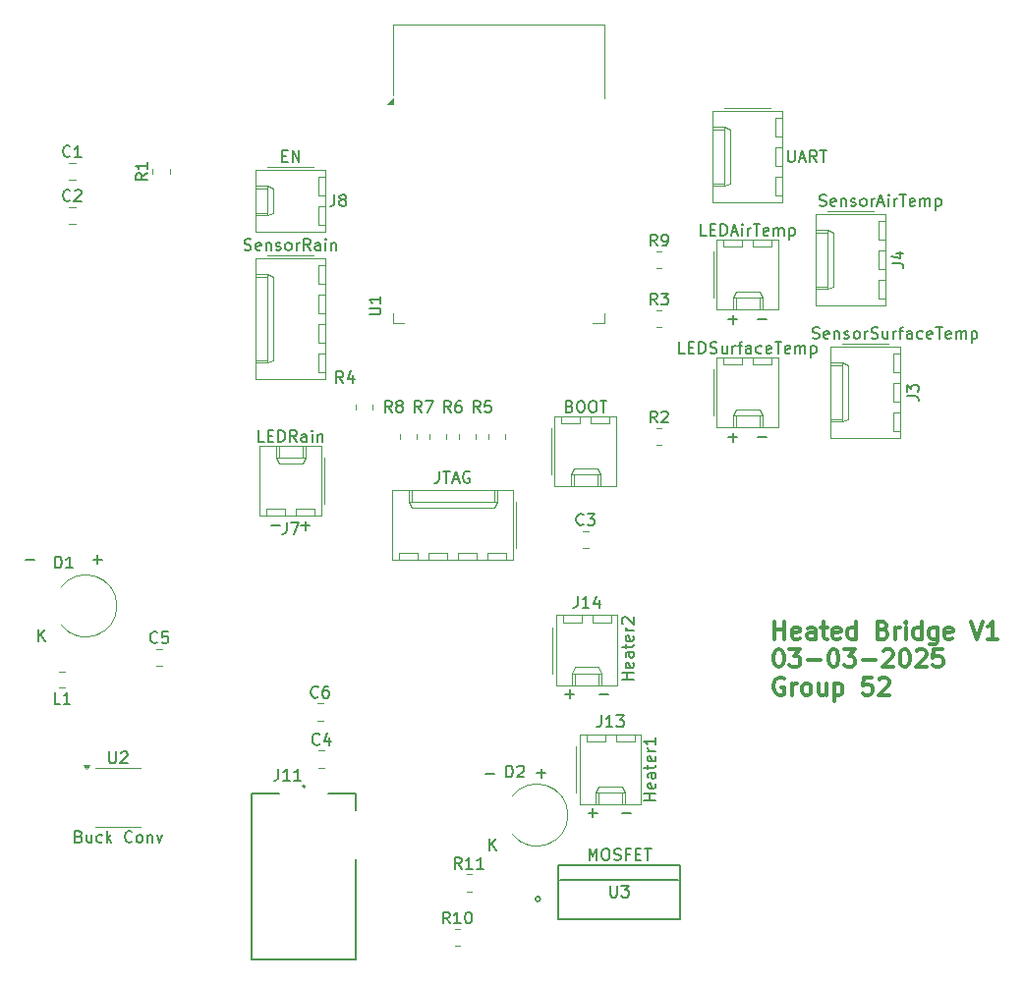
<source format=gbr>
G04 #@! TF.GenerationSoftware,KiCad,Pcbnew,9.0.0*
G04 #@! TF.CreationDate,2025-03-03T16:58:55-06:00*
G04 #@! TF.ProjectId,Group52HeatedBridge,47726f75-7035-4324-9865-617465644272,rev?*
G04 #@! TF.SameCoordinates,Original*
G04 #@! TF.FileFunction,Legend,Top*
G04 #@! TF.FilePolarity,Positive*
%FSLAX46Y46*%
G04 Gerber Fmt 4.6, Leading zero omitted, Abs format (unit mm)*
G04 Created by KiCad (PCBNEW 9.0.0) date 2025-03-03 16:58:55*
%MOMM*%
%LPD*%
G01*
G04 APERTURE LIST*
%ADD10C,0.300000*%
%ADD11C,0.150000*%
%ADD12C,0.200000*%
%ADD13C,0.127000*%
%ADD14C,0.120000*%
%ADD15C,0.152400*%
G04 APERTURE END LIST*
D10*
X169972510Y-111429996D02*
X169972510Y-109929996D01*
X169972510Y-110644282D02*
X170829653Y-110644282D01*
X170829653Y-111429996D02*
X170829653Y-109929996D01*
X172115368Y-111358568D02*
X171972511Y-111429996D01*
X171972511Y-111429996D02*
X171686797Y-111429996D01*
X171686797Y-111429996D02*
X171543939Y-111358568D01*
X171543939Y-111358568D02*
X171472511Y-111215710D01*
X171472511Y-111215710D02*
X171472511Y-110644282D01*
X171472511Y-110644282D02*
X171543939Y-110501425D01*
X171543939Y-110501425D02*
X171686797Y-110429996D01*
X171686797Y-110429996D02*
X171972511Y-110429996D01*
X171972511Y-110429996D02*
X172115368Y-110501425D01*
X172115368Y-110501425D02*
X172186797Y-110644282D01*
X172186797Y-110644282D02*
X172186797Y-110787139D01*
X172186797Y-110787139D02*
X171472511Y-110929996D01*
X173472511Y-111429996D02*
X173472511Y-110644282D01*
X173472511Y-110644282D02*
X173401082Y-110501425D01*
X173401082Y-110501425D02*
X173258225Y-110429996D01*
X173258225Y-110429996D02*
X172972511Y-110429996D01*
X172972511Y-110429996D02*
X172829653Y-110501425D01*
X173472511Y-111358568D02*
X173329653Y-111429996D01*
X173329653Y-111429996D02*
X172972511Y-111429996D01*
X172972511Y-111429996D02*
X172829653Y-111358568D01*
X172829653Y-111358568D02*
X172758225Y-111215710D01*
X172758225Y-111215710D02*
X172758225Y-111072853D01*
X172758225Y-111072853D02*
X172829653Y-110929996D01*
X172829653Y-110929996D02*
X172972511Y-110858568D01*
X172972511Y-110858568D02*
X173329653Y-110858568D01*
X173329653Y-110858568D02*
X173472511Y-110787139D01*
X173972511Y-110429996D02*
X174543939Y-110429996D01*
X174186796Y-109929996D02*
X174186796Y-111215710D01*
X174186796Y-111215710D02*
X174258225Y-111358568D01*
X174258225Y-111358568D02*
X174401082Y-111429996D01*
X174401082Y-111429996D02*
X174543939Y-111429996D01*
X175615368Y-111358568D02*
X175472511Y-111429996D01*
X175472511Y-111429996D02*
X175186797Y-111429996D01*
X175186797Y-111429996D02*
X175043939Y-111358568D01*
X175043939Y-111358568D02*
X174972511Y-111215710D01*
X174972511Y-111215710D02*
X174972511Y-110644282D01*
X174972511Y-110644282D02*
X175043939Y-110501425D01*
X175043939Y-110501425D02*
X175186797Y-110429996D01*
X175186797Y-110429996D02*
X175472511Y-110429996D01*
X175472511Y-110429996D02*
X175615368Y-110501425D01*
X175615368Y-110501425D02*
X175686797Y-110644282D01*
X175686797Y-110644282D02*
X175686797Y-110787139D01*
X175686797Y-110787139D02*
X174972511Y-110929996D01*
X176972511Y-111429996D02*
X176972511Y-109929996D01*
X176972511Y-111358568D02*
X176829653Y-111429996D01*
X176829653Y-111429996D02*
X176543939Y-111429996D01*
X176543939Y-111429996D02*
X176401082Y-111358568D01*
X176401082Y-111358568D02*
X176329653Y-111287139D01*
X176329653Y-111287139D02*
X176258225Y-111144282D01*
X176258225Y-111144282D02*
X176258225Y-110715710D01*
X176258225Y-110715710D02*
X176329653Y-110572853D01*
X176329653Y-110572853D02*
X176401082Y-110501425D01*
X176401082Y-110501425D02*
X176543939Y-110429996D01*
X176543939Y-110429996D02*
X176829653Y-110429996D01*
X176829653Y-110429996D02*
X176972511Y-110501425D01*
X179329653Y-110644282D02*
X179543939Y-110715710D01*
X179543939Y-110715710D02*
X179615368Y-110787139D01*
X179615368Y-110787139D02*
X179686796Y-110929996D01*
X179686796Y-110929996D02*
X179686796Y-111144282D01*
X179686796Y-111144282D02*
X179615368Y-111287139D01*
X179615368Y-111287139D02*
X179543939Y-111358568D01*
X179543939Y-111358568D02*
X179401082Y-111429996D01*
X179401082Y-111429996D02*
X178829653Y-111429996D01*
X178829653Y-111429996D02*
X178829653Y-109929996D01*
X178829653Y-109929996D02*
X179329653Y-109929996D01*
X179329653Y-109929996D02*
X179472511Y-110001425D01*
X179472511Y-110001425D02*
X179543939Y-110072853D01*
X179543939Y-110072853D02*
X179615368Y-110215710D01*
X179615368Y-110215710D02*
X179615368Y-110358568D01*
X179615368Y-110358568D02*
X179543939Y-110501425D01*
X179543939Y-110501425D02*
X179472511Y-110572853D01*
X179472511Y-110572853D02*
X179329653Y-110644282D01*
X179329653Y-110644282D02*
X178829653Y-110644282D01*
X180329653Y-111429996D02*
X180329653Y-110429996D01*
X180329653Y-110715710D02*
X180401082Y-110572853D01*
X180401082Y-110572853D02*
X180472511Y-110501425D01*
X180472511Y-110501425D02*
X180615368Y-110429996D01*
X180615368Y-110429996D02*
X180758225Y-110429996D01*
X181258224Y-111429996D02*
X181258224Y-110429996D01*
X181258224Y-109929996D02*
X181186796Y-110001425D01*
X181186796Y-110001425D02*
X181258224Y-110072853D01*
X181258224Y-110072853D02*
X181329653Y-110001425D01*
X181329653Y-110001425D02*
X181258224Y-109929996D01*
X181258224Y-109929996D02*
X181258224Y-110072853D01*
X182615368Y-111429996D02*
X182615368Y-109929996D01*
X182615368Y-111358568D02*
X182472510Y-111429996D01*
X182472510Y-111429996D02*
X182186796Y-111429996D01*
X182186796Y-111429996D02*
X182043939Y-111358568D01*
X182043939Y-111358568D02*
X181972510Y-111287139D01*
X181972510Y-111287139D02*
X181901082Y-111144282D01*
X181901082Y-111144282D02*
X181901082Y-110715710D01*
X181901082Y-110715710D02*
X181972510Y-110572853D01*
X181972510Y-110572853D02*
X182043939Y-110501425D01*
X182043939Y-110501425D02*
X182186796Y-110429996D01*
X182186796Y-110429996D02*
X182472510Y-110429996D01*
X182472510Y-110429996D02*
X182615368Y-110501425D01*
X183972511Y-110429996D02*
X183972511Y-111644282D01*
X183972511Y-111644282D02*
X183901082Y-111787139D01*
X183901082Y-111787139D02*
X183829653Y-111858568D01*
X183829653Y-111858568D02*
X183686796Y-111929996D01*
X183686796Y-111929996D02*
X183472511Y-111929996D01*
X183472511Y-111929996D02*
X183329653Y-111858568D01*
X183972511Y-111358568D02*
X183829653Y-111429996D01*
X183829653Y-111429996D02*
X183543939Y-111429996D01*
X183543939Y-111429996D02*
X183401082Y-111358568D01*
X183401082Y-111358568D02*
X183329653Y-111287139D01*
X183329653Y-111287139D02*
X183258225Y-111144282D01*
X183258225Y-111144282D02*
X183258225Y-110715710D01*
X183258225Y-110715710D02*
X183329653Y-110572853D01*
X183329653Y-110572853D02*
X183401082Y-110501425D01*
X183401082Y-110501425D02*
X183543939Y-110429996D01*
X183543939Y-110429996D02*
X183829653Y-110429996D01*
X183829653Y-110429996D02*
X183972511Y-110501425D01*
X185258225Y-111358568D02*
X185115368Y-111429996D01*
X185115368Y-111429996D02*
X184829654Y-111429996D01*
X184829654Y-111429996D02*
X184686796Y-111358568D01*
X184686796Y-111358568D02*
X184615368Y-111215710D01*
X184615368Y-111215710D02*
X184615368Y-110644282D01*
X184615368Y-110644282D02*
X184686796Y-110501425D01*
X184686796Y-110501425D02*
X184829654Y-110429996D01*
X184829654Y-110429996D02*
X185115368Y-110429996D01*
X185115368Y-110429996D02*
X185258225Y-110501425D01*
X185258225Y-110501425D02*
X185329654Y-110644282D01*
X185329654Y-110644282D02*
X185329654Y-110787139D01*
X185329654Y-110787139D02*
X184615368Y-110929996D01*
X186901082Y-109929996D02*
X187401082Y-111429996D01*
X187401082Y-111429996D02*
X187901082Y-109929996D01*
X189186796Y-111429996D02*
X188329653Y-111429996D01*
X188758224Y-111429996D02*
X188758224Y-109929996D01*
X188758224Y-109929996D02*
X188615367Y-110144282D01*
X188615367Y-110144282D02*
X188472510Y-110287139D01*
X188472510Y-110287139D02*
X188329653Y-110358568D01*
X170258225Y-112344912D02*
X170401082Y-112344912D01*
X170401082Y-112344912D02*
X170543939Y-112416341D01*
X170543939Y-112416341D02*
X170615368Y-112487769D01*
X170615368Y-112487769D02*
X170686796Y-112630626D01*
X170686796Y-112630626D02*
X170758225Y-112916341D01*
X170758225Y-112916341D02*
X170758225Y-113273484D01*
X170758225Y-113273484D02*
X170686796Y-113559198D01*
X170686796Y-113559198D02*
X170615368Y-113702055D01*
X170615368Y-113702055D02*
X170543939Y-113773484D01*
X170543939Y-113773484D02*
X170401082Y-113844912D01*
X170401082Y-113844912D02*
X170258225Y-113844912D01*
X170258225Y-113844912D02*
X170115368Y-113773484D01*
X170115368Y-113773484D02*
X170043939Y-113702055D01*
X170043939Y-113702055D02*
X169972510Y-113559198D01*
X169972510Y-113559198D02*
X169901082Y-113273484D01*
X169901082Y-113273484D02*
X169901082Y-112916341D01*
X169901082Y-112916341D02*
X169972510Y-112630626D01*
X169972510Y-112630626D02*
X170043939Y-112487769D01*
X170043939Y-112487769D02*
X170115368Y-112416341D01*
X170115368Y-112416341D02*
X170258225Y-112344912D01*
X171258224Y-112344912D02*
X172186796Y-112344912D01*
X172186796Y-112344912D02*
X171686796Y-112916341D01*
X171686796Y-112916341D02*
X171901081Y-112916341D01*
X171901081Y-112916341D02*
X172043939Y-112987769D01*
X172043939Y-112987769D02*
X172115367Y-113059198D01*
X172115367Y-113059198D02*
X172186796Y-113202055D01*
X172186796Y-113202055D02*
X172186796Y-113559198D01*
X172186796Y-113559198D02*
X172115367Y-113702055D01*
X172115367Y-113702055D02*
X172043939Y-113773484D01*
X172043939Y-113773484D02*
X171901081Y-113844912D01*
X171901081Y-113844912D02*
X171472510Y-113844912D01*
X171472510Y-113844912D02*
X171329653Y-113773484D01*
X171329653Y-113773484D02*
X171258224Y-113702055D01*
X172829652Y-113273484D02*
X173972510Y-113273484D01*
X174972510Y-112344912D02*
X175115367Y-112344912D01*
X175115367Y-112344912D02*
X175258224Y-112416341D01*
X175258224Y-112416341D02*
X175329653Y-112487769D01*
X175329653Y-112487769D02*
X175401081Y-112630626D01*
X175401081Y-112630626D02*
X175472510Y-112916341D01*
X175472510Y-112916341D02*
X175472510Y-113273484D01*
X175472510Y-113273484D02*
X175401081Y-113559198D01*
X175401081Y-113559198D02*
X175329653Y-113702055D01*
X175329653Y-113702055D02*
X175258224Y-113773484D01*
X175258224Y-113773484D02*
X175115367Y-113844912D01*
X175115367Y-113844912D02*
X174972510Y-113844912D01*
X174972510Y-113844912D02*
X174829653Y-113773484D01*
X174829653Y-113773484D02*
X174758224Y-113702055D01*
X174758224Y-113702055D02*
X174686795Y-113559198D01*
X174686795Y-113559198D02*
X174615367Y-113273484D01*
X174615367Y-113273484D02*
X174615367Y-112916341D01*
X174615367Y-112916341D02*
X174686795Y-112630626D01*
X174686795Y-112630626D02*
X174758224Y-112487769D01*
X174758224Y-112487769D02*
X174829653Y-112416341D01*
X174829653Y-112416341D02*
X174972510Y-112344912D01*
X175972509Y-112344912D02*
X176901081Y-112344912D01*
X176901081Y-112344912D02*
X176401081Y-112916341D01*
X176401081Y-112916341D02*
X176615366Y-112916341D01*
X176615366Y-112916341D02*
X176758224Y-112987769D01*
X176758224Y-112987769D02*
X176829652Y-113059198D01*
X176829652Y-113059198D02*
X176901081Y-113202055D01*
X176901081Y-113202055D02*
X176901081Y-113559198D01*
X176901081Y-113559198D02*
X176829652Y-113702055D01*
X176829652Y-113702055D02*
X176758224Y-113773484D01*
X176758224Y-113773484D02*
X176615366Y-113844912D01*
X176615366Y-113844912D02*
X176186795Y-113844912D01*
X176186795Y-113844912D02*
X176043938Y-113773484D01*
X176043938Y-113773484D02*
X175972509Y-113702055D01*
X177543937Y-113273484D02*
X178686795Y-113273484D01*
X179329652Y-112487769D02*
X179401080Y-112416341D01*
X179401080Y-112416341D02*
X179543938Y-112344912D01*
X179543938Y-112344912D02*
X179901080Y-112344912D01*
X179901080Y-112344912D02*
X180043938Y-112416341D01*
X180043938Y-112416341D02*
X180115366Y-112487769D01*
X180115366Y-112487769D02*
X180186795Y-112630626D01*
X180186795Y-112630626D02*
X180186795Y-112773484D01*
X180186795Y-112773484D02*
X180115366Y-112987769D01*
X180115366Y-112987769D02*
X179258223Y-113844912D01*
X179258223Y-113844912D02*
X180186795Y-113844912D01*
X181115366Y-112344912D02*
X181258223Y-112344912D01*
X181258223Y-112344912D02*
X181401080Y-112416341D01*
X181401080Y-112416341D02*
X181472509Y-112487769D01*
X181472509Y-112487769D02*
X181543937Y-112630626D01*
X181543937Y-112630626D02*
X181615366Y-112916341D01*
X181615366Y-112916341D02*
X181615366Y-113273484D01*
X181615366Y-113273484D02*
X181543937Y-113559198D01*
X181543937Y-113559198D02*
X181472509Y-113702055D01*
X181472509Y-113702055D02*
X181401080Y-113773484D01*
X181401080Y-113773484D02*
X181258223Y-113844912D01*
X181258223Y-113844912D02*
X181115366Y-113844912D01*
X181115366Y-113844912D02*
X180972509Y-113773484D01*
X180972509Y-113773484D02*
X180901080Y-113702055D01*
X180901080Y-113702055D02*
X180829651Y-113559198D01*
X180829651Y-113559198D02*
X180758223Y-113273484D01*
X180758223Y-113273484D02*
X180758223Y-112916341D01*
X180758223Y-112916341D02*
X180829651Y-112630626D01*
X180829651Y-112630626D02*
X180901080Y-112487769D01*
X180901080Y-112487769D02*
X180972509Y-112416341D01*
X180972509Y-112416341D02*
X181115366Y-112344912D01*
X182186794Y-112487769D02*
X182258222Y-112416341D01*
X182258222Y-112416341D02*
X182401080Y-112344912D01*
X182401080Y-112344912D02*
X182758222Y-112344912D01*
X182758222Y-112344912D02*
X182901080Y-112416341D01*
X182901080Y-112416341D02*
X182972508Y-112487769D01*
X182972508Y-112487769D02*
X183043937Y-112630626D01*
X183043937Y-112630626D02*
X183043937Y-112773484D01*
X183043937Y-112773484D02*
X182972508Y-112987769D01*
X182972508Y-112987769D02*
X182115365Y-113844912D01*
X182115365Y-113844912D02*
X183043937Y-113844912D01*
X184401079Y-112344912D02*
X183686793Y-112344912D01*
X183686793Y-112344912D02*
X183615365Y-113059198D01*
X183615365Y-113059198D02*
X183686793Y-112987769D01*
X183686793Y-112987769D02*
X183829651Y-112916341D01*
X183829651Y-112916341D02*
X184186793Y-112916341D01*
X184186793Y-112916341D02*
X184329651Y-112987769D01*
X184329651Y-112987769D02*
X184401079Y-113059198D01*
X184401079Y-113059198D02*
X184472508Y-113202055D01*
X184472508Y-113202055D02*
X184472508Y-113559198D01*
X184472508Y-113559198D02*
X184401079Y-113702055D01*
X184401079Y-113702055D02*
X184329651Y-113773484D01*
X184329651Y-113773484D02*
X184186793Y-113844912D01*
X184186793Y-113844912D02*
X183829651Y-113844912D01*
X183829651Y-113844912D02*
X183686793Y-113773484D01*
X183686793Y-113773484D02*
X183615365Y-113702055D01*
X170758225Y-114831257D02*
X170615368Y-114759828D01*
X170615368Y-114759828D02*
X170401082Y-114759828D01*
X170401082Y-114759828D02*
X170186796Y-114831257D01*
X170186796Y-114831257D02*
X170043939Y-114974114D01*
X170043939Y-114974114D02*
X169972510Y-115116971D01*
X169972510Y-115116971D02*
X169901082Y-115402685D01*
X169901082Y-115402685D02*
X169901082Y-115616971D01*
X169901082Y-115616971D02*
X169972510Y-115902685D01*
X169972510Y-115902685D02*
X170043939Y-116045542D01*
X170043939Y-116045542D02*
X170186796Y-116188400D01*
X170186796Y-116188400D02*
X170401082Y-116259828D01*
X170401082Y-116259828D02*
X170543939Y-116259828D01*
X170543939Y-116259828D02*
X170758225Y-116188400D01*
X170758225Y-116188400D02*
X170829653Y-116116971D01*
X170829653Y-116116971D02*
X170829653Y-115616971D01*
X170829653Y-115616971D02*
X170543939Y-115616971D01*
X171472510Y-116259828D02*
X171472510Y-115259828D01*
X171472510Y-115545542D02*
X171543939Y-115402685D01*
X171543939Y-115402685D02*
X171615368Y-115331257D01*
X171615368Y-115331257D02*
X171758225Y-115259828D01*
X171758225Y-115259828D02*
X171901082Y-115259828D01*
X172615367Y-116259828D02*
X172472510Y-116188400D01*
X172472510Y-116188400D02*
X172401081Y-116116971D01*
X172401081Y-116116971D02*
X172329653Y-115974114D01*
X172329653Y-115974114D02*
X172329653Y-115545542D01*
X172329653Y-115545542D02*
X172401081Y-115402685D01*
X172401081Y-115402685D02*
X172472510Y-115331257D01*
X172472510Y-115331257D02*
X172615367Y-115259828D01*
X172615367Y-115259828D02*
X172829653Y-115259828D01*
X172829653Y-115259828D02*
X172972510Y-115331257D01*
X172972510Y-115331257D02*
X173043939Y-115402685D01*
X173043939Y-115402685D02*
X173115367Y-115545542D01*
X173115367Y-115545542D02*
X173115367Y-115974114D01*
X173115367Y-115974114D02*
X173043939Y-116116971D01*
X173043939Y-116116971D02*
X172972510Y-116188400D01*
X172972510Y-116188400D02*
X172829653Y-116259828D01*
X172829653Y-116259828D02*
X172615367Y-116259828D01*
X174401082Y-115259828D02*
X174401082Y-116259828D01*
X173758224Y-115259828D02*
X173758224Y-116045542D01*
X173758224Y-116045542D02*
X173829653Y-116188400D01*
X173829653Y-116188400D02*
X173972510Y-116259828D01*
X173972510Y-116259828D02*
X174186796Y-116259828D01*
X174186796Y-116259828D02*
X174329653Y-116188400D01*
X174329653Y-116188400D02*
X174401082Y-116116971D01*
X175115367Y-115259828D02*
X175115367Y-116759828D01*
X175115367Y-115331257D02*
X175258225Y-115259828D01*
X175258225Y-115259828D02*
X175543939Y-115259828D01*
X175543939Y-115259828D02*
X175686796Y-115331257D01*
X175686796Y-115331257D02*
X175758225Y-115402685D01*
X175758225Y-115402685D02*
X175829653Y-115545542D01*
X175829653Y-115545542D02*
X175829653Y-115974114D01*
X175829653Y-115974114D02*
X175758225Y-116116971D01*
X175758225Y-116116971D02*
X175686796Y-116188400D01*
X175686796Y-116188400D02*
X175543939Y-116259828D01*
X175543939Y-116259828D02*
X175258225Y-116259828D01*
X175258225Y-116259828D02*
X175115367Y-116188400D01*
X178329653Y-114759828D02*
X177615367Y-114759828D01*
X177615367Y-114759828D02*
X177543939Y-115474114D01*
X177543939Y-115474114D02*
X177615367Y-115402685D01*
X177615367Y-115402685D02*
X177758225Y-115331257D01*
X177758225Y-115331257D02*
X178115367Y-115331257D01*
X178115367Y-115331257D02*
X178258225Y-115402685D01*
X178258225Y-115402685D02*
X178329653Y-115474114D01*
X178329653Y-115474114D02*
X178401082Y-115616971D01*
X178401082Y-115616971D02*
X178401082Y-115974114D01*
X178401082Y-115974114D02*
X178329653Y-116116971D01*
X178329653Y-116116971D02*
X178258225Y-116188400D01*
X178258225Y-116188400D02*
X178115367Y-116259828D01*
X178115367Y-116259828D02*
X177758225Y-116259828D01*
X177758225Y-116259828D02*
X177615367Y-116188400D01*
X177615367Y-116188400D02*
X177543939Y-116116971D01*
X178972510Y-114902685D02*
X179043938Y-114831257D01*
X179043938Y-114831257D02*
X179186796Y-114759828D01*
X179186796Y-114759828D02*
X179543938Y-114759828D01*
X179543938Y-114759828D02*
X179686796Y-114831257D01*
X179686796Y-114831257D02*
X179758224Y-114902685D01*
X179758224Y-114902685D02*
X179829653Y-115045542D01*
X179829653Y-115045542D02*
X179829653Y-115188400D01*
X179829653Y-115188400D02*
X179758224Y-115402685D01*
X179758224Y-115402685D02*
X178901081Y-116259828D01*
X178901081Y-116259828D02*
X179829653Y-116259828D01*
D11*
X127206476Y-122644819D02*
X127206476Y-123359104D01*
X127206476Y-123359104D02*
X127158857Y-123501961D01*
X127158857Y-123501961D02*
X127063619Y-123597200D01*
X127063619Y-123597200D02*
X126920762Y-123644819D01*
X126920762Y-123644819D02*
X126825524Y-123644819D01*
X128206476Y-123644819D02*
X127635048Y-123644819D01*
X127920762Y-123644819D02*
X127920762Y-122644819D01*
X127920762Y-122644819D02*
X127825524Y-122787676D01*
X127825524Y-122787676D02*
X127730286Y-122882914D01*
X127730286Y-122882914D02*
X127635048Y-122930533D01*
X129158857Y-123644819D02*
X128587429Y-123644819D01*
X128873143Y-123644819D02*
X128873143Y-122644819D01*
X128873143Y-122644819D02*
X128777905Y-122787676D01*
X128777905Y-122787676D02*
X128682667Y-122882914D01*
X128682667Y-122882914D02*
X128587429Y-122930533D01*
X124293809Y-77877200D02*
X124436666Y-77924819D01*
X124436666Y-77924819D02*
X124674761Y-77924819D01*
X124674761Y-77924819D02*
X124769999Y-77877200D01*
X124769999Y-77877200D02*
X124817618Y-77829580D01*
X124817618Y-77829580D02*
X124865237Y-77734342D01*
X124865237Y-77734342D02*
X124865237Y-77639104D01*
X124865237Y-77639104D02*
X124817618Y-77543866D01*
X124817618Y-77543866D02*
X124769999Y-77496247D01*
X124769999Y-77496247D02*
X124674761Y-77448628D01*
X124674761Y-77448628D02*
X124484285Y-77401009D01*
X124484285Y-77401009D02*
X124389047Y-77353390D01*
X124389047Y-77353390D02*
X124341428Y-77305771D01*
X124341428Y-77305771D02*
X124293809Y-77210533D01*
X124293809Y-77210533D02*
X124293809Y-77115295D01*
X124293809Y-77115295D02*
X124341428Y-77020057D01*
X124341428Y-77020057D02*
X124389047Y-76972438D01*
X124389047Y-76972438D02*
X124484285Y-76924819D01*
X124484285Y-76924819D02*
X124722380Y-76924819D01*
X124722380Y-76924819D02*
X124865237Y-76972438D01*
X125674761Y-77877200D02*
X125579523Y-77924819D01*
X125579523Y-77924819D02*
X125389047Y-77924819D01*
X125389047Y-77924819D02*
X125293809Y-77877200D01*
X125293809Y-77877200D02*
X125246190Y-77781961D01*
X125246190Y-77781961D02*
X125246190Y-77401009D01*
X125246190Y-77401009D02*
X125293809Y-77305771D01*
X125293809Y-77305771D02*
X125389047Y-77258152D01*
X125389047Y-77258152D02*
X125579523Y-77258152D01*
X125579523Y-77258152D02*
X125674761Y-77305771D01*
X125674761Y-77305771D02*
X125722380Y-77401009D01*
X125722380Y-77401009D02*
X125722380Y-77496247D01*
X125722380Y-77496247D02*
X125246190Y-77591485D01*
X126150952Y-77258152D02*
X126150952Y-77924819D01*
X126150952Y-77353390D02*
X126198571Y-77305771D01*
X126198571Y-77305771D02*
X126293809Y-77258152D01*
X126293809Y-77258152D02*
X126436666Y-77258152D01*
X126436666Y-77258152D02*
X126531904Y-77305771D01*
X126531904Y-77305771D02*
X126579523Y-77401009D01*
X126579523Y-77401009D02*
X126579523Y-77924819D01*
X127008095Y-77877200D02*
X127103333Y-77924819D01*
X127103333Y-77924819D02*
X127293809Y-77924819D01*
X127293809Y-77924819D02*
X127389047Y-77877200D01*
X127389047Y-77877200D02*
X127436666Y-77781961D01*
X127436666Y-77781961D02*
X127436666Y-77734342D01*
X127436666Y-77734342D02*
X127389047Y-77639104D01*
X127389047Y-77639104D02*
X127293809Y-77591485D01*
X127293809Y-77591485D02*
X127150952Y-77591485D01*
X127150952Y-77591485D02*
X127055714Y-77543866D01*
X127055714Y-77543866D02*
X127008095Y-77448628D01*
X127008095Y-77448628D02*
X127008095Y-77401009D01*
X127008095Y-77401009D02*
X127055714Y-77305771D01*
X127055714Y-77305771D02*
X127150952Y-77258152D01*
X127150952Y-77258152D02*
X127293809Y-77258152D01*
X127293809Y-77258152D02*
X127389047Y-77305771D01*
X128008095Y-77924819D02*
X127912857Y-77877200D01*
X127912857Y-77877200D02*
X127865238Y-77829580D01*
X127865238Y-77829580D02*
X127817619Y-77734342D01*
X127817619Y-77734342D02*
X127817619Y-77448628D01*
X127817619Y-77448628D02*
X127865238Y-77353390D01*
X127865238Y-77353390D02*
X127912857Y-77305771D01*
X127912857Y-77305771D02*
X128008095Y-77258152D01*
X128008095Y-77258152D02*
X128150952Y-77258152D01*
X128150952Y-77258152D02*
X128246190Y-77305771D01*
X128246190Y-77305771D02*
X128293809Y-77353390D01*
X128293809Y-77353390D02*
X128341428Y-77448628D01*
X128341428Y-77448628D02*
X128341428Y-77734342D01*
X128341428Y-77734342D02*
X128293809Y-77829580D01*
X128293809Y-77829580D02*
X128246190Y-77877200D01*
X128246190Y-77877200D02*
X128150952Y-77924819D01*
X128150952Y-77924819D02*
X128008095Y-77924819D01*
X128770000Y-77924819D02*
X128770000Y-77258152D01*
X128770000Y-77448628D02*
X128817619Y-77353390D01*
X128817619Y-77353390D02*
X128865238Y-77305771D01*
X128865238Y-77305771D02*
X128960476Y-77258152D01*
X128960476Y-77258152D02*
X129055714Y-77258152D01*
X129960476Y-77924819D02*
X129627143Y-77448628D01*
X129389048Y-77924819D02*
X129389048Y-76924819D01*
X129389048Y-76924819D02*
X129770000Y-76924819D01*
X129770000Y-76924819D02*
X129865238Y-76972438D01*
X129865238Y-76972438D02*
X129912857Y-77020057D01*
X129912857Y-77020057D02*
X129960476Y-77115295D01*
X129960476Y-77115295D02*
X129960476Y-77258152D01*
X129960476Y-77258152D02*
X129912857Y-77353390D01*
X129912857Y-77353390D02*
X129865238Y-77401009D01*
X129865238Y-77401009D02*
X129770000Y-77448628D01*
X129770000Y-77448628D02*
X129389048Y-77448628D01*
X130817619Y-77924819D02*
X130817619Y-77401009D01*
X130817619Y-77401009D02*
X130770000Y-77305771D01*
X130770000Y-77305771D02*
X130674762Y-77258152D01*
X130674762Y-77258152D02*
X130484286Y-77258152D01*
X130484286Y-77258152D02*
X130389048Y-77305771D01*
X130817619Y-77877200D02*
X130722381Y-77924819D01*
X130722381Y-77924819D02*
X130484286Y-77924819D01*
X130484286Y-77924819D02*
X130389048Y-77877200D01*
X130389048Y-77877200D02*
X130341429Y-77781961D01*
X130341429Y-77781961D02*
X130341429Y-77686723D01*
X130341429Y-77686723D02*
X130389048Y-77591485D01*
X130389048Y-77591485D02*
X130484286Y-77543866D01*
X130484286Y-77543866D02*
X130722381Y-77543866D01*
X130722381Y-77543866D02*
X130817619Y-77496247D01*
X131293810Y-77924819D02*
X131293810Y-77258152D01*
X131293810Y-76924819D02*
X131246191Y-76972438D01*
X131246191Y-76972438D02*
X131293810Y-77020057D01*
X131293810Y-77020057D02*
X131341429Y-76972438D01*
X131341429Y-76972438D02*
X131293810Y-76924819D01*
X131293810Y-76924819D02*
X131293810Y-77020057D01*
X131770000Y-77258152D02*
X131770000Y-77924819D01*
X131770000Y-77353390D02*
X131817619Y-77305771D01*
X131817619Y-77305771D02*
X131912857Y-77258152D01*
X131912857Y-77258152D02*
X132055714Y-77258152D01*
X132055714Y-77258152D02*
X132150952Y-77305771D01*
X132150952Y-77305771D02*
X132198571Y-77401009D01*
X132198571Y-77401009D02*
X132198571Y-77924819D01*
X159853333Y-92784819D02*
X159520000Y-92308628D01*
X159281905Y-92784819D02*
X159281905Y-91784819D01*
X159281905Y-91784819D02*
X159662857Y-91784819D01*
X159662857Y-91784819D02*
X159758095Y-91832438D01*
X159758095Y-91832438D02*
X159805714Y-91880057D01*
X159805714Y-91880057D02*
X159853333Y-91975295D01*
X159853333Y-91975295D02*
X159853333Y-92118152D01*
X159853333Y-92118152D02*
X159805714Y-92213390D01*
X159805714Y-92213390D02*
X159758095Y-92261009D01*
X159758095Y-92261009D02*
X159662857Y-92308628D01*
X159662857Y-92308628D02*
X159281905Y-92308628D01*
X160234286Y-91880057D02*
X160281905Y-91832438D01*
X160281905Y-91832438D02*
X160377143Y-91784819D01*
X160377143Y-91784819D02*
X160615238Y-91784819D01*
X160615238Y-91784819D02*
X160710476Y-91832438D01*
X160710476Y-91832438D02*
X160758095Y-91880057D01*
X160758095Y-91880057D02*
X160805714Y-91975295D01*
X160805714Y-91975295D02*
X160805714Y-92070533D01*
X160805714Y-92070533D02*
X160758095Y-92213390D01*
X160758095Y-92213390D02*
X160186667Y-92784819D01*
X160186667Y-92784819D02*
X160805714Y-92784819D01*
X127936666Y-101364819D02*
X127936666Y-102079104D01*
X127936666Y-102079104D02*
X127889047Y-102221961D01*
X127889047Y-102221961D02*
X127793809Y-102317200D01*
X127793809Y-102317200D02*
X127650952Y-102364819D01*
X127650952Y-102364819D02*
X127555714Y-102364819D01*
X128317619Y-101364819D02*
X128984285Y-101364819D01*
X128984285Y-101364819D02*
X128555714Y-102364819D01*
X125984285Y-94434819D02*
X125508095Y-94434819D01*
X125508095Y-94434819D02*
X125508095Y-93434819D01*
X126317619Y-93911009D02*
X126650952Y-93911009D01*
X126793809Y-94434819D02*
X126317619Y-94434819D01*
X126317619Y-94434819D02*
X126317619Y-93434819D01*
X126317619Y-93434819D02*
X126793809Y-93434819D01*
X127222381Y-94434819D02*
X127222381Y-93434819D01*
X127222381Y-93434819D02*
X127460476Y-93434819D01*
X127460476Y-93434819D02*
X127603333Y-93482438D01*
X127603333Y-93482438D02*
X127698571Y-93577676D01*
X127698571Y-93577676D02*
X127746190Y-93672914D01*
X127746190Y-93672914D02*
X127793809Y-93863390D01*
X127793809Y-93863390D02*
X127793809Y-94006247D01*
X127793809Y-94006247D02*
X127746190Y-94196723D01*
X127746190Y-94196723D02*
X127698571Y-94291961D01*
X127698571Y-94291961D02*
X127603333Y-94387200D01*
X127603333Y-94387200D02*
X127460476Y-94434819D01*
X127460476Y-94434819D02*
X127222381Y-94434819D01*
X128793809Y-94434819D02*
X128460476Y-93958628D01*
X128222381Y-94434819D02*
X128222381Y-93434819D01*
X128222381Y-93434819D02*
X128603333Y-93434819D01*
X128603333Y-93434819D02*
X128698571Y-93482438D01*
X128698571Y-93482438D02*
X128746190Y-93530057D01*
X128746190Y-93530057D02*
X128793809Y-93625295D01*
X128793809Y-93625295D02*
X128793809Y-93768152D01*
X128793809Y-93768152D02*
X128746190Y-93863390D01*
X128746190Y-93863390D02*
X128698571Y-93911009D01*
X128698571Y-93911009D02*
X128603333Y-93958628D01*
X128603333Y-93958628D02*
X128222381Y-93958628D01*
X129650952Y-94434819D02*
X129650952Y-93911009D01*
X129650952Y-93911009D02*
X129603333Y-93815771D01*
X129603333Y-93815771D02*
X129508095Y-93768152D01*
X129508095Y-93768152D02*
X129317619Y-93768152D01*
X129317619Y-93768152D02*
X129222381Y-93815771D01*
X129650952Y-94387200D02*
X129555714Y-94434819D01*
X129555714Y-94434819D02*
X129317619Y-94434819D01*
X129317619Y-94434819D02*
X129222381Y-94387200D01*
X129222381Y-94387200D02*
X129174762Y-94291961D01*
X129174762Y-94291961D02*
X129174762Y-94196723D01*
X129174762Y-94196723D02*
X129222381Y-94101485D01*
X129222381Y-94101485D02*
X129317619Y-94053866D01*
X129317619Y-94053866D02*
X129555714Y-94053866D01*
X129555714Y-94053866D02*
X129650952Y-94006247D01*
X130127143Y-94434819D02*
X130127143Y-93768152D01*
X130127143Y-93434819D02*
X130079524Y-93482438D01*
X130079524Y-93482438D02*
X130127143Y-93530057D01*
X130127143Y-93530057D02*
X130174762Y-93482438D01*
X130174762Y-93482438D02*
X130127143Y-93434819D01*
X130127143Y-93434819D02*
X130127143Y-93530057D01*
X130603333Y-93768152D02*
X130603333Y-94434819D01*
X130603333Y-93863390D02*
X130650952Y-93815771D01*
X130650952Y-93815771D02*
X130746190Y-93768152D01*
X130746190Y-93768152D02*
X130889047Y-93768152D01*
X130889047Y-93768152D02*
X130984285Y-93815771D01*
X130984285Y-93815771D02*
X131031904Y-93911009D01*
X131031904Y-93911009D02*
X131031904Y-94434819D01*
X129159048Y-101673866D02*
X129920953Y-101673866D01*
X129540000Y-102054819D02*
X129540000Y-101292914D01*
X126619048Y-101673866D02*
X127380953Y-101673866D01*
X181374819Y-90503333D02*
X182089104Y-90503333D01*
X182089104Y-90503333D02*
X182231961Y-90550952D01*
X182231961Y-90550952D02*
X182327200Y-90646190D01*
X182327200Y-90646190D02*
X182374819Y-90789047D01*
X182374819Y-90789047D02*
X182374819Y-90884285D01*
X181374819Y-90122380D02*
X181374819Y-89503333D01*
X181374819Y-89503333D02*
X181755771Y-89836666D01*
X181755771Y-89836666D02*
X181755771Y-89693809D01*
X181755771Y-89693809D02*
X181803390Y-89598571D01*
X181803390Y-89598571D02*
X181851009Y-89550952D01*
X181851009Y-89550952D02*
X181946247Y-89503333D01*
X181946247Y-89503333D02*
X182184342Y-89503333D01*
X182184342Y-89503333D02*
X182279580Y-89550952D01*
X182279580Y-89550952D02*
X182327200Y-89598571D01*
X182327200Y-89598571D02*
X182374819Y-89693809D01*
X182374819Y-89693809D02*
X182374819Y-89979523D01*
X182374819Y-89979523D02*
X182327200Y-90074761D01*
X182327200Y-90074761D02*
X182279580Y-90122380D01*
X173244761Y-85497200D02*
X173387618Y-85544819D01*
X173387618Y-85544819D02*
X173625713Y-85544819D01*
X173625713Y-85544819D02*
X173720951Y-85497200D01*
X173720951Y-85497200D02*
X173768570Y-85449580D01*
X173768570Y-85449580D02*
X173816189Y-85354342D01*
X173816189Y-85354342D02*
X173816189Y-85259104D01*
X173816189Y-85259104D02*
X173768570Y-85163866D01*
X173768570Y-85163866D02*
X173720951Y-85116247D01*
X173720951Y-85116247D02*
X173625713Y-85068628D01*
X173625713Y-85068628D02*
X173435237Y-85021009D01*
X173435237Y-85021009D02*
X173339999Y-84973390D01*
X173339999Y-84973390D02*
X173292380Y-84925771D01*
X173292380Y-84925771D02*
X173244761Y-84830533D01*
X173244761Y-84830533D02*
X173244761Y-84735295D01*
X173244761Y-84735295D02*
X173292380Y-84640057D01*
X173292380Y-84640057D02*
X173339999Y-84592438D01*
X173339999Y-84592438D02*
X173435237Y-84544819D01*
X173435237Y-84544819D02*
X173673332Y-84544819D01*
X173673332Y-84544819D02*
X173816189Y-84592438D01*
X174625713Y-85497200D02*
X174530475Y-85544819D01*
X174530475Y-85544819D02*
X174339999Y-85544819D01*
X174339999Y-85544819D02*
X174244761Y-85497200D01*
X174244761Y-85497200D02*
X174197142Y-85401961D01*
X174197142Y-85401961D02*
X174197142Y-85021009D01*
X174197142Y-85021009D02*
X174244761Y-84925771D01*
X174244761Y-84925771D02*
X174339999Y-84878152D01*
X174339999Y-84878152D02*
X174530475Y-84878152D01*
X174530475Y-84878152D02*
X174625713Y-84925771D01*
X174625713Y-84925771D02*
X174673332Y-85021009D01*
X174673332Y-85021009D02*
X174673332Y-85116247D01*
X174673332Y-85116247D02*
X174197142Y-85211485D01*
X175101904Y-84878152D02*
X175101904Y-85544819D01*
X175101904Y-84973390D02*
X175149523Y-84925771D01*
X175149523Y-84925771D02*
X175244761Y-84878152D01*
X175244761Y-84878152D02*
X175387618Y-84878152D01*
X175387618Y-84878152D02*
X175482856Y-84925771D01*
X175482856Y-84925771D02*
X175530475Y-85021009D01*
X175530475Y-85021009D02*
X175530475Y-85544819D01*
X175959047Y-85497200D02*
X176054285Y-85544819D01*
X176054285Y-85544819D02*
X176244761Y-85544819D01*
X176244761Y-85544819D02*
X176339999Y-85497200D01*
X176339999Y-85497200D02*
X176387618Y-85401961D01*
X176387618Y-85401961D02*
X176387618Y-85354342D01*
X176387618Y-85354342D02*
X176339999Y-85259104D01*
X176339999Y-85259104D02*
X176244761Y-85211485D01*
X176244761Y-85211485D02*
X176101904Y-85211485D01*
X176101904Y-85211485D02*
X176006666Y-85163866D01*
X176006666Y-85163866D02*
X175959047Y-85068628D01*
X175959047Y-85068628D02*
X175959047Y-85021009D01*
X175959047Y-85021009D02*
X176006666Y-84925771D01*
X176006666Y-84925771D02*
X176101904Y-84878152D01*
X176101904Y-84878152D02*
X176244761Y-84878152D01*
X176244761Y-84878152D02*
X176339999Y-84925771D01*
X176959047Y-85544819D02*
X176863809Y-85497200D01*
X176863809Y-85497200D02*
X176816190Y-85449580D01*
X176816190Y-85449580D02*
X176768571Y-85354342D01*
X176768571Y-85354342D02*
X176768571Y-85068628D01*
X176768571Y-85068628D02*
X176816190Y-84973390D01*
X176816190Y-84973390D02*
X176863809Y-84925771D01*
X176863809Y-84925771D02*
X176959047Y-84878152D01*
X176959047Y-84878152D02*
X177101904Y-84878152D01*
X177101904Y-84878152D02*
X177197142Y-84925771D01*
X177197142Y-84925771D02*
X177244761Y-84973390D01*
X177244761Y-84973390D02*
X177292380Y-85068628D01*
X177292380Y-85068628D02*
X177292380Y-85354342D01*
X177292380Y-85354342D02*
X177244761Y-85449580D01*
X177244761Y-85449580D02*
X177197142Y-85497200D01*
X177197142Y-85497200D02*
X177101904Y-85544819D01*
X177101904Y-85544819D02*
X176959047Y-85544819D01*
X177720952Y-85544819D02*
X177720952Y-84878152D01*
X177720952Y-85068628D02*
X177768571Y-84973390D01*
X177768571Y-84973390D02*
X177816190Y-84925771D01*
X177816190Y-84925771D02*
X177911428Y-84878152D01*
X177911428Y-84878152D02*
X178006666Y-84878152D01*
X178292381Y-85497200D02*
X178435238Y-85544819D01*
X178435238Y-85544819D02*
X178673333Y-85544819D01*
X178673333Y-85544819D02*
X178768571Y-85497200D01*
X178768571Y-85497200D02*
X178816190Y-85449580D01*
X178816190Y-85449580D02*
X178863809Y-85354342D01*
X178863809Y-85354342D02*
X178863809Y-85259104D01*
X178863809Y-85259104D02*
X178816190Y-85163866D01*
X178816190Y-85163866D02*
X178768571Y-85116247D01*
X178768571Y-85116247D02*
X178673333Y-85068628D01*
X178673333Y-85068628D02*
X178482857Y-85021009D01*
X178482857Y-85021009D02*
X178387619Y-84973390D01*
X178387619Y-84973390D02*
X178340000Y-84925771D01*
X178340000Y-84925771D02*
X178292381Y-84830533D01*
X178292381Y-84830533D02*
X178292381Y-84735295D01*
X178292381Y-84735295D02*
X178340000Y-84640057D01*
X178340000Y-84640057D02*
X178387619Y-84592438D01*
X178387619Y-84592438D02*
X178482857Y-84544819D01*
X178482857Y-84544819D02*
X178720952Y-84544819D01*
X178720952Y-84544819D02*
X178863809Y-84592438D01*
X179720952Y-84878152D02*
X179720952Y-85544819D01*
X179292381Y-84878152D02*
X179292381Y-85401961D01*
X179292381Y-85401961D02*
X179340000Y-85497200D01*
X179340000Y-85497200D02*
X179435238Y-85544819D01*
X179435238Y-85544819D02*
X179578095Y-85544819D01*
X179578095Y-85544819D02*
X179673333Y-85497200D01*
X179673333Y-85497200D02*
X179720952Y-85449580D01*
X180197143Y-85544819D02*
X180197143Y-84878152D01*
X180197143Y-85068628D02*
X180244762Y-84973390D01*
X180244762Y-84973390D02*
X180292381Y-84925771D01*
X180292381Y-84925771D02*
X180387619Y-84878152D01*
X180387619Y-84878152D02*
X180482857Y-84878152D01*
X180673334Y-84878152D02*
X181054286Y-84878152D01*
X180816191Y-85544819D02*
X180816191Y-84687676D01*
X180816191Y-84687676D02*
X180863810Y-84592438D01*
X180863810Y-84592438D02*
X180959048Y-84544819D01*
X180959048Y-84544819D02*
X181054286Y-84544819D01*
X181816191Y-85544819D02*
X181816191Y-85021009D01*
X181816191Y-85021009D02*
X181768572Y-84925771D01*
X181768572Y-84925771D02*
X181673334Y-84878152D01*
X181673334Y-84878152D02*
X181482858Y-84878152D01*
X181482858Y-84878152D02*
X181387620Y-84925771D01*
X181816191Y-85497200D02*
X181720953Y-85544819D01*
X181720953Y-85544819D02*
X181482858Y-85544819D01*
X181482858Y-85544819D02*
X181387620Y-85497200D01*
X181387620Y-85497200D02*
X181340001Y-85401961D01*
X181340001Y-85401961D02*
X181340001Y-85306723D01*
X181340001Y-85306723D02*
X181387620Y-85211485D01*
X181387620Y-85211485D02*
X181482858Y-85163866D01*
X181482858Y-85163866D02*
X181720953Y-85163866D01*
X181720953Y-85163866D02*
X181816191Y-85116247D01*
X182720953Y-85497200D02*
X182625715Y-85544819D01*
X182625715Y-85544819D02*
X182435239Y-85544819D01*
X182435239Y-85544819D02*
X182340001Y-85497200D01*
X182340001Y-85497200D02*
X182292382Y-85449580D01*
X182292382Y-85449580D02*
X182244763Y-85354342D01*
X182244763Y-85354342D02*
X182244763Y-85068628D01*
X182244763Y-85068628D02*
X182292382Y-84973390D01*
X182292382Y-84973390D02*
X182340001Y-84925771D01*
X182340001Y-84925771D02*
X182435239Y-84878152D01*
X182435239Y-84878152D02*
X182625715Y-84878152D01*
X182625715Y-84878152D02*
X182720953Y-84925771D01*
X183530477Y-85497200D02*
X183435239Y-85544819D01*
X183435239Y-85544819D02*
X183244763Y-85544819D01*
X183244763Y-85544819D02*
X183149525Y-85497200D01*
X183149525Y-85497200D02*
X183101906Y-85401961D01*
X183101906Y-85401961D02*
X183101906Y-85021009D01*
X183101906Y-85021009D02*
X183149525Y-84925771D01*
X183149525Y-84925771D02*
X183244763Y-84878152D01*
X183244763Y-84878152D02*
X183435239Y-84878152D01*
X183435239Y-84878152D02*
X183530477Y-84925771D01*
X183530477Y-84925771D02*
X183578096Y-85021009D01*
X183578096Y-85021009D02*
X183578096Y-85116247D01*
X183578096Y-85116247D02*
X183101906Y-85211485D01*
X183863811Y-84544819D02*
X184435239Y-84544819D01*
X184149525Y-85544819D02*
X184149525Y-84544819D01*
X185149525Y-85497200D02*
X185054287Y-85544819D01*
X185054287Y-85544819D02*
X184863811Y-85544819D01*
X184863811Y-85544819D02*
X184768573Y-85497200D01*
X184768573Y-85497200D02*
X184720954Y-85401961D01*
X184720954Y-85401961D02*
X184720954Y-85021009D01*
X184720954Y-85021009D02*
X184768573Y-84925771D01*
X184768573Y-84925771D02*
X184863811Y-84878152D01*
X184863811Y-84878152D02*
X185054287Y-84878152D01*
X185054287Y-84878152D02*
X185149525Y-84925771D01*
X185149525Y-84925771D02*
X185197144Y-85021009D01*
X185197144Y-85021009D02*
X185197144Y-85116247D01*
X185197144Y-85116247D02*
X184720954Y-85211485D01*
X185625716Y-85544819D02*
X185625716Y-84878152D01*
X185625716Y-84973390D02*
X185673335Y-84925771D01*
X185673335Y-84925771D02*
X185768573Y-84878152D01*
X185768573Y-84878152D02*
X185911430Y-84878152D01*
X185911430Y-84878152D02*
X186006668Y-84925771D01*
X186006668Y-84925771D02*
X186054287Y-85021009D01*
X186054287Y-85021009D02*
X186054287Y-85544819D01*
X186054287Y-85021009D02*
X186101906Y-84925771D01*
X186101906Y-84925771D02*
X186197144Y-84878152D01*
X186197144Y-84878152D02*
X186340001Y-84878152D01*
X186340001Y-84878152D02*
X186435240Y-84925771D01*
X186435240Y-84925771D02*
X186482859Y-85021009D01*
X186482859Y-85021009D02*
X186482859Y-85544819D01*
X186959049Y-84878152D02*
X186959049Y-85878152D01*
X186959049Y-84925771D02*
X187054287Y-84878152D01*
X187054287Y-84878152D02*
X187244763Y-84878152D01*
X187244763Y-84878152D02*
X187340001Y-84925771D01*
X187340001Y-84925771D02*
X187387620Y-84973390D01*
X187387620Y-84973390D02*
X187435239Y-85068628D01*
X187435239Y-85068628D02*
X187435239Y-85354342D01*
X187435239Y-85354342D02*
X187387620Y-85449580D01*
X187387620Y-85449580D02*
X187340001Y-85497200D01*
X187340001Y-85497200D02*
X187244763Y-85544819D01*
X187244763Y-85544819D02*
X187054287Y-85544819D01*
X187054287Y-85544819D02*
X186959049Y-85497200D01*
X109285833Y-69799580D02*
X109238214Y-69847200D01*
X109238214Y-69847200D02*
X109095357Y-69894819D01*
X109095357Y-69894819D02*
X109000119Y-69894819D01*
X109000119Y-69894819D02*
X108857262Y-69847200D01*
X108857262Y-69847200D02*
X108762024Y-69751961D01*
X108762024Y-69751961D02*
X108714405Y-69656723D01*
X108714405Y-69656723D02*
X108666786Y-69466247D01*
X108666786Y-69466247D02*
X108666786Y-69323390D01*
X108666786Y-69323390D02*
X108714405Y-69132914D01*
X108714405Y-69132914D02*
X108762024Y-69037676D01*
X108762024Y-69037676D02*
X108857262Y-68942438D01*
X108857262Y-68942438D02*
X109000119Y-68894819D01*
X109000119Y-68894819D02*
X109095357Y-68894819D01*
X109095357Y-68894819D02*
X109238214Y-68942438D01*
X109238214Y-68942438D02*
X109285833Y-68990057D01*
X110238214Y-69894819D02*
X109666786Y-69894819D01*
X109952500Y-69894819D02*
X109952500Y-68894819D01*
X109952500Y-68894819D02*
X109857262Y-69037676D01*
X109857262Y-69037676D02*
X109762024Y-69132914D01*
X109762024Y-69132914D02*
X109666786Y-69180533D01*
X115914819Y-71286666D02*
X115438628Y-71619999D01*
X115914819Y-71858094D02*
X114914819Y-71858094D01*
X114914819Y-71858094D02*
X114914819Y-71477142D01*
X114914819Y-71477142D02*
X114962438Y-71381904D01*
X114962438Y-71381904D02*
X115010057Y-71334285D01*
X115010057Y-71334285D02*
X115105295Y-71286666D01*
X115105295Y-71286666D02*
X115248152Y-71286666D01*
X115248152Y-71286666D02*
X115343390Y-71334285D01*
X115343390Y-71334285D02*
X115391009Y-71381904D01*
X115391009Y-71381904D02*
X115438628Y-71477142D01*
X115438628Y-71477142D02*
X115438628Y-71858094D01*
X115914819Y-70334285D02*
X115914819Y-70905713D01*
X115914819Y-70619999D02*
X114914819Y-70619999D01*
X114914819Y-70619999D02*
X115057676Y-70715237D01*
X115057676Y-70715237D02*
X115152914Y-70810475D01*
X115152914Y-70810475D02*
X115200533Y-70905713D01*
X107981905Y-105319819D02*
X107981905Y-104319819D01*
X107981905Y-104319819D02*
X108220000Y-104319819D01*
X108220000Y-104319819D02*
X108362857Y-104367438D01*
X108362857Y-104367438D02*
X108458095Y-104462676D01*
X108458095Y-104462676D02*
X108505714Y-104557914D01*
X108505714Y-104557914D02*
X108553333Y-104748390D01*
X108553333Y-104748390D02*
X108553333Y-104891247D01*
X108553333Y-104891247D02*
X108505714Y-105081723D01*
X108505714Y-105081723D02*
X108458095Y-105176961D01*
X108458095Y-105176961D02*
X108362857Y-105272200D01*
X108362857Y-105272200D02*
X108220000Y-105319819D01*
X108220000Y-105319819D02*
X107981905Y-105319819D01*
X109505714Y-105319819D02*
X108934286Y-105319819D01*
X109220000Y-105319819D02*
X109220000Y-104319819D01*
X109220000Y-104319819D02*
X109124762Y-104462676D01*
X109124762Y-104462676D02*
X109029524Y-104557914D01*
X109029524Y-104557914D02*
X108934286Y-104605533D01*
X111252048Y-104594866D02*
X112013953Y-104594866D01*
X111633000Y-104975819D02*
X111633000Y-104213914D01*
X105410048Y-104594866D02*
X106171953Y-104594866D01*
X106553095Y-111639819D02*
X106553095Y-110639819D01*
X107124523Y-111639819D02*
X106695952Y-111068390D01*
X107124523Y-110639819D02*
X106553095Y-111211247D01*
X164092380Y-76654819D02*
X163616190Y-76654819D01*
X163616190Y-76654819D02*
X163616190Y-75654819D01*
X164425714Y-76131009D02*
X164759047Y-76131009D01*
X164901904Y-76654819D02*
X164425714Y-76654819D01*
X164425714Y-76654819D02*
X164425714Y-75654819D01*
X164425714Y-75654819D02*
X164901904Y-75654819D01*
X165330476Y-76654819D02*
X165330476Y-75654819D01*
X165330476Y-75654819D02*
X165568571Y-75654819D01*
X165568571Y-75654819D02*
X165711428Y-75702438D01*
X165711428Y-75702438D02*
X165806666Y-75797676D01*
X165806666Y-75797676D02*
X165854285Y-75892914D01*
X165854285Y-75892914D02*
X165901904Y-76083390D01*
X165901904Y-76083390D02*
X165901904Y-76226247D01*
X165901904Y-76226247D02*
X165854285Y-76416723D01*
X165854285Y-76416723D02*
X165806666Y-76511961D01*
X165806666Y-76511961D02*
X165711428Y-76607200D01*
X165711428Y-76607200D02*
X165568571Y-76654819D01*
X165568571Y-76654819D02*
X165330476Y-76654819D01*
X166282857Y-76369104D02*
X166759047Y-76369104D01*
X166187619Y-76654819D02*
X166520952Y-75654819D01*
X166520952Y-75654819D02*
X166854285Y-76654819D01*
X167187619Y-76654819D02*
X167187619Y-75988152D01*
X167187619Y-75654819D02*
X167140000Y-75702438D01*
X167140000Y-75702438D02*
X167187619Y-75750057D01*
X167187619Y-75750057D02*
X167235238Y-75702438D01*
X167235238Y-75702438D02*
X167187619Y-75654819D01*
X167187619Y-75654819D02*
X167187619Y-75750057D01*
X167663809Y-76654819D02*
X167663809Y-75988152D01*
X167663809Y-76178628D02*
X167711428Y-76083390D01*
X167711428Y-76083390D02*
X167759047Y-76035771D01*
X167759047Y-76035771D02*
X167854285Y-75988152D01*
X167854285Y-75988152D02*
X167949523Y-75988152D01*
X168140000Y-75654819D02*
X168711428Y-75654819D01*
X168425714Y-76654819D02*
X168425714Y-75654819D01*
X169425714Y-76607200D02*
X169330476Y-76654819D01*
X169330476Y-76654819D02*
X169140000Y-76654819D01*
X169140000Y-76654819D02*
X169044762Y-76607200D01*
X169044762Y-76607200D02*
X168997143Y-76511961D01*
X168997143Y-76511961D02*
X168997143Y-76131009D01*
X168997143Y-76131009D02*
X169044762Y-76035771D01*
X169044762Y-76035771D02*
X169140000Y-75988152D01*
X169140000Y-75988152D02*
X169330476Y-75988152D01*
X169330476Y-75988152D02*
X169425714Y-76035771D01*
X169425714Y-76035771D02*
X169473333Y-76131009D01*
X169473333Y-76131009D02*
X169473333Y-76226247D01*
X169473333Y-76226247D02*
X168997143Y-76321485D01*
X169901905Y-76654819D02*
X169901905Y-75988152D01*
X169901905Y-76083390D02*
X169949524Y-76035771D01*
X169949524Y-76035771D02*
X170044762Y-75988152D01*
X170044762Y-75988152D02*
X170187619Y-75988152D01*
X170187619Y-75988152D02*
X170282857Y-76035771D01*
X170282857Y-76035771D02*
X170330476Y-76131009D01*
X170330476Y-76131009D02*
X170330476Y-76654819D01*
X170330476Y-76131009D02*
X170378095Y-76035771D01*
X170378095Y-76035771D02*
X170473333Y-75988152D01*
X170473333Y-75988152D02*
X170616190Y-75988152D01*
X170616190Y-75988152D02*
X170711429Y-76035771D01*
X170711429Y-76035771D02*
X170759048Y-76131009D01*
X170759048Y-76131009D02*
X170759048Y-76654819D01*
X171235238Y-75988152D02*
X171235238Y-76988152D01*
X171235238Y-76035771D02*
X171330476Y-75988152D01*
X171330476Y-75988152D02*
X171520952Y-75988152D01*
X171520952Y-75988152D02*
X171616190Y-76035771D01*
X171616190Y-76035771D02*
X171663809Y-76083390D01*
X171663809Y-76083390D02*
X171711428Y-76178628D01*
X171711428Y-76178628D02*
X171711428Y-76464342D01*
X171711428Y-76464342D02*
X171663809Y-76559580D01*
X171663809Y-76559580D02*
X171616190Y-76607200D01*
X171616190Y-76607200D02*
X171520952Y-76654819D01*
X171520952Y-76654819D02*
X171330476Y-76654819D01*
X171330476Y-76654819D02*
X171235238Y-76607200D01*
X165989048Y-83893866D02*
X166750953Y-83893866D01*
X166370000Y-84274819D02*
X166370000Y-83512914D01*
X168529048Y-83893866D02*
X169290953Y-83893866D01*
X144613333Y-91894819D02*
X144280000Y-91418628D01*
X144041905Y-91894819D02*
X144041905Y-90894819D01*
X144041905Y-90894819D02*
X144422857Y-90894819D01*
X144422857Y-90894819D02*
X144518095Y-90942438D01*
X144518095Y-90942438D02*
X144565714Y-90990057D01*
X144565714Y-90990057D02*
X144613333Y-91085295D01*
X144613333Y-91085295D02*
X144613333Y-91228152D01*
X144613333Y-91228152D02*
X144565714Y-91323390D01*
X144565714Y-91323390D02*
X144518095Y-91371009D01*
X144518095Y-91371009D02*
X144422857Y-91418628D01*
X144422857Y-91418628D02*
X144041905Y-91418628D01*
X145518095Y-90894819D02*
X145041905Y-90894819D01*
X145041905Y-90894819D02*
X144994286Y-91371009D01*
X144994286Y-91371009D02*
X145041905Y-91323390D01*
X145041905Y-91323390D02*
X145137143Y-91275771D01*
X145137143Y-91275771D02*
X145375238Y-91275771D01*
X145375238Y-91275771D02*
X145470476Y-91323390D01*
X145470476Y-91323390D02*
X145518095Y-91371009D01*
X145518095Y-91371009D02*
X145565714Y-91466247D01*
X145565714Y-91466247D02*
X145565714Y-91704342D01*
X145565714Y-91704342D02*
X145518095Y-91799580D01*
X145518095Y-91799580D02*
X145470476Y-91847200D01*
X145470476Y-91847200D02*
X145375238Y-91894819D01*
X145375238Y-91894819D02*
X145137143Y-91894819D01*
X145137143Y-91894819D02*
X145041905Y-91847200D01*
X145041905Y-91847200D02*
X144994286Y-91799580D01*
X130643333Y-116408580D02*
X130595714Y-116456200D01*
X130595714Y-116456200D02*
X130452857Y-116503819D01*
X130452857Y-116503819D02*
X130357619Y-116503819D01*
X130357619Y-116503819D02*
X130214762Y-116456200D01*
X130214762Y-116456200D02*
X130119524Y-116360961D01*
X130119524Y-116360961D02*
X130071905Y-116265723D01*
X130071905Y-116265723D02*
X130024286Y-116075247D01*
X130024286Y-116075247D02*
X130024286Y-115932390D01*
X130024286Y-115932390D02*
X130071905Y-115741914D01*
X130071905Y-115741914D02*
X130119524Y-115646676D01*
X130119524Y-115646676D02*
X130214762Y-115551438D01*
X130214762Y-115551438D02*
X130357619Y-115503819D01*
X130357619Y-115503819D02*
X130452857Y-115503819D01*
X130452857Y-115503819D02*
X130595714Y-115551438D01*
X130595714Y-115551438D02*
X130643333Y-115599057D01*
X131500476Y-115503819D02*
X131310000Y-115503819D01*
X131310000Y-115503819D02*
X131214762Y-115551438D01*
X131214762Y-115551438D02*
X131167143Y-115599057D01*
X131167143Y-115599057D02*
X131071905Y-115741914D01*
X131071905Y-115741914D02*
X131024286Y-115932390D01*
X131024286Y-115932390D02*
X131024286Y-116313342D01*
X131024286Y-116313342D02*
X131071905Y-116408580D01*
X131071905Y-116408580D02*
X131119524Y-116456200D01*
X131119524Y-116456200D02*
X131214762Y-116503819D01*
X131214762Y-116503819D02*
X131405238Y-116503819D01*
X131405238Y-116503819D02*
X131500476Y-116456200D01*
X131500476Y-116456200D02*
X131548095Y-116408580D01*
X131548095Y-116408580D02*
X131595714Y-116313342D01*
X131595714Y-116313342D02*
X131595714Y-116075247D01*
X131595714Y-116075247D02*
X131548095Y-115980009D01*
X131548095Y-115980009D02*
X131500476Y-115932390D01*
X131500476Y-115932390D02*
X131405238Y-115884771D01*
X131405238Y-115884771D02*
X131214762Y-115884771D01*
X131214762Y-115884771D02*
X131119524Y-115932390D01*
X131119524Y-115932390D02*
X131071905Y-115980009D01*
X131071905Y-115980009D02*
X131024286Y-116075247D01*
X162235237Y-86814819D02*
X161759047Y-86814819D01*
X161759047Y-86814819D02*
X161759047Y-85814819D01*
X162568571Y-86291009D02*
X162901904Y-86291009D01*
X163044761Y-86814819D02*
X162568571Y-86814819D01*
X162568571Y-86814819D02*
X162568571Y-85814819D01*
X162568571Y-85814819D02*
X163044761Y-85814819D01*
X163473333Y-86814819D02*
X163473333Y-85814819D01*
X163473333Y-85814819D02*
X163711428Y-85814819D01*
X163711428Y-85814819D02*
X163854285Y-85862438D01*
X163854285Y-85862438D02*
X163949523Y-85957676D01*
X163949523Y-85957676D02*
X163997142Y-86052914D01*
X163997142Y-86052914D02*
X164044761Y-86243390D01*
X164044761Y-86243390D02*
X164044761Y-86386247D01*
X164044761Y-86386247D02*
X163997142Y-86576723D01*
X163997142Y-86576723D02*
X163949523Y-86671961D01*
X163949523Y-86671961D02*
X163854285Y-86767200D01*
X163854285Y-86767200D02*
X163711428Y-86814819D01*
X163711428Y-86814819D02*
X163473333Y-86814819D01*
X164425714Y-86767200D02*
X164568571Y-86814819D01*
X164568571Y-86814819D02*
X164806666Y-86814819D01*
X164806666Y-86814819D02*
X164901904Y-86767200D01*
X164901904Y-86767200D02*
X164949523Y-86719580D01*
X164949523Y-86719580D02*
X164997142Y-86624342D01*
X164997142Y-86624342D02*
X164997142Y-86529104D01*
X164997142Y-86529104D02*
X164949523Y-86433866D01*
X164949523Y-86433866D02*
X164901904Y-86386247D01*
X164901904Y-86386247D02*
X164806666Y-86338628D01*
X164806666Y-86338628D02*
X164616190Y-86291009D01*
X164616190Y-86291009D02*
X164520952Y-86243390D01*
X164520952Y-86243390D02*
X164473333Y-86195771D01*
X164473333Y-86195771D02*
X164425714Y-86100533D01*
X164425714Y-86100533D02*
X164425714Y-86005295D01*
X164425714Y-86005295D02*
X164473333Y-85910057D01*
X164473333Y-85910057D02*
X164520952Y-85862438D01*
X164520952Y-85862438D02*
X164616190Y-85814819D01*
X164616190Y-85814819D02*
X164854285Y-85814819D01*
X164854285Y-85814819D02*
X164997142Y-85862438D01*
X165854285Y-86148152D02*
X165854285Y-86814819D01*
X165425714Y-86148152D02*
X165425714Y-86671961D01*
X165425714Y-86671961D02*
X165473333Y-86767200D01*
X165473333Y-86767200D02*
X165568571Y-86814819D01*
X165568571Y-86814819D02*
X165711428Y-86814819D01*
X165711428Y-86814819D02*
X165806666Y-86767200D01*
X165806666Y-86767200D02*
X165854285Y-86719580D01*
X166330476Y-86814819D02*
X166330476Y-86148152D01*
X166330476Y-86338628D02*
X166378095Y-86243390D01*
X166378095Y-86243390D02*
X166425714Y-86195771D01*
X166425714Y-86195771D02*
X166520952Y-86148152D01*
X166520952Y-86148152D02*
X166616190Y-86148152D01*
X166806667Y-86148152D02*
X167187619Y-86148152D01*
X166949524Y-86814819D02*
X166949524Y-85957676D01*
X166949524Y-85957676D02*
X166997143Y-85862438D01*
X166997143Y-85862438D02*
X167092381Y-85814819D01*
X167092381Y-85814819D02*
X167187619Y-85814819D01*
X167949524Y-86814819D02*
X167949524Y-86291009D01*
X167949524Y-86291009D02*
X167901905Y-86195771D01*
X167901905Y-86195771D02*
X167806667Y-86148152D01*
X167806667Y-86148152D02*
X167616191Y-86148152D01*
X167616191Y-86148152D02*
X167520953Y-86195771D01*
X167949524Y-86767200D02*
X167854286Y-86814819D01*
X167854286Y-86814819D02*
X167616191Y-86814819D01*
X167616191Y-86814819D02*
X167520953Y-86767200D01*
X167520953Y-86767200D02*
X167473334Y-86671961D01*
X167473334Y-86671961D02*
X167473334Y-86576723D01*
X167473334Y-86576723D02*
X167520953Y-86481485D01*
X167520953Y-86481485D02*
X167616191Y-86433866D01*
X167616191Y-86433866D02*
X167854286Y-86433866D01*
X167854286Y-86433866D02*
X167949524Y-86386247D01*
X168854286Y-86767200D02*
X168759048Y-86814819D01*
X168759048Y-86814819D02*
X168568572Y-86814819D01*
X168568572Y-86814819D02*
X168473334Y-86767200D01*
X168473334Y-86767200D02*
X168425715Y-86719580D01*
X168425715Y-86719580D02*
X168378096Y-86624342D01*
X168378096Y-86624342D02*
X168378096Y-86338628D01*
X168378096Y-86338628D02*
X168425715Y-86243390D01*
X168425715Y-86243390D02*
X168473334Y-86195771D01*
X168473334Y-86195771D02*
X168568572Y-86148152D01*
X168568572Y-86148152D02*
X168759048Y-86148152D01*
X168759048Y-86148152D02*
X168854286Y-86195771D01*
X169663810Y-86767200D02*
X169568572Y-86814819D01*
X169568572Y-86814819D02*
X169378096Y-86814819D01*
X169378096Y-86814819D02*
X169282858Y-86767200D01*
X169282858Y-86767200D02*
X169235239Y-86671961D01*
X169235239Y-86671961D02*
X169235239Y-86291009D01*
X169235239Y-86291009D02*
X169282858Y-86195771D01*
X169282858Y-86195771D02*
X169378096Y-86148152D01*
X169378096Y-86148152D02*
X169568572Y-86148152D01*
X169568572Y-86148152D02*
X169663810Y-86195771D01*
X169663810Y-86195771D02*
X169711429Y-86291009D01*
X169711429Y-86291009D02*
X169711429Y-86386247D01*
X169711429Y-86386247D02*
X169235239Y-86481485D01*
X169997144Y-85814819D02*
X170568572Y-85814819D01*
X170282858Y-86814819D02*
X170282858Y-85814819D01*
X171282858Y-86767200D02*
X171187620Y-86814819D01*
X171187620Y-86814819D02*
X170997144Y-86814819D01*
X170997144Y-86814819D02*
X170901906Y-86767200D01*
X170901906Y-86767200D02*
X170854287Y-86671961D01*
X170854287Y-86671961D02*
X170854287Y-86291009D01*
X170854287Y-86291009D02*
X170901906Y-86195771D01*
X170901906Y-86195771D02*
X170997144Y-86148152D01*
X170997144Y-86148152D02*
X171187620Y-86148152D01*
X171187620Y-86148152D02*
X171282858Y-86195771D01*
X171282858Y-86195771D02*
X171330477Y-86291009D01*
X171330477Y-86291009D02*
X171330477Y-86386247D01*
X171330477Y-86386247D02*
X170854287Y-86481485D01*
X171759049Y-86814819D02*
X171759049Y-86148152D01*
X171759049Y-86243390D02*
X171806668Y-86195771D01*
X171806668Y-86195771D02*
X171901906Y-86148152D01*
X171901906Y-86148152D02*
X172044763Y-86148152D01*
X172044763Y-86148152D02*
X172140001Y-86195771D01*
X172140001Y-86195771D02*
X172187620Y-86291009D01*
X172187620Y-86291009D02*
X172187620Y-86814819D01*
X172187620Y-86291009D02*
X172235239Y-86195771D01*
X172235239Y-86195771D02*
X172330477Y-86148152D01*
X172330477Y-86148152D02*
X172473334Y-86148152D01*
X172473334Y-86148152D02*
X172568573Y-86195771D01*
X172568573Y-86195771D02*
X172616192Y-86291009D01*
X172616192Y-86291009D02*
X172616192Y-86814819D01*
X173092382Y-86148152D02*
X173092382Y-87148152D01*
X173092382Y-86195771D02*
X173187620Y-86148152D01*
X173187620Y-86148152D02*
X173378096Y-86148152D01*
X173378096Y-86148152D02*
X173473334Y-86195771D01*
X173473334Y-86195771D02*
X173520953Y-86243390D01*
X173520953Y-86243390D02*
X173568572Y-86338628D01*
X173568572Y-86338628D02*
X173568572Y-86624342D01*
X173568572Y-86624342D02*
X173520953Y-86719580D01*
X173520953Y-86719580D02*
X173473334Y-86767200D01*
X173473334Y-86767200D02*
X173378096Y-86814819D01*
X173378096Y-86814819D02*
X173187620Y-86814819D01*
X173187620Y-86814819D02*
X173092382Y-86767200D01*
X165989048Y-94053866D02*
X166750953Y-94053866D01*
X166370000Y-94434819D02*
X166370000Y-93672914D01*
X168529048Y-94053866D02*
X169290953Y-94053866D01*
X108418333Y-117039819D02*
X107942143Y-117039819D01*
X107942143Y-117039819D02*
X107942143Y-116039819D01*
X109275476Y-117039819D02*
X108704048Y-117039819D01*
X108989762Y-117039819D02*
X108989762Y-116039819D01*
X108989762Y-116039819D02*
X108894524Y-116182676D01*
X108894524Y-116182676D02*
X108799286Y-116277914D01*
X108799286Y-116277914D02*
X108704048Y-116325533D01*
X142994142Y-131265819D02*
X142660809Y-130789628D01*
X142422714Y-131265819D02*
X142422714Y-130265819D01*
X142422714Y-130265819D02*
X142803666Y-130265819D01*
X142803666Y-130265819D02*
X142898904Y-130313438D01*
X142898904Y-130313438D02*
X142946523Y-130361057D01*
X142946523Y-130361057D02*
X142994142Y-130456295D01*
X142994142Y-130456295D02*
X142994142Y-130599152D01*
X142994142Y-130599152D02*
X142946523Y-130694390D01*
X142946523Y-130694390D02*
X142898904Y-130742009D01*
X142898904Y-130742009D02*
X142803666Y-130789628D01*
X142803666Y-130789628D02*
X142422714Y-130789628D01*
X143946523Y-131265819D02*
X143375095Y-131265819D01*
X143660809Y-131265819D02*
X143660809Y-130265819D01*
X143660809Y-130265819D02*
X143565571Y-130408676D01*
X143565571Y-130408676D02*
X143470333Y-130503914D01*
X143470333Y-130503914D02*
X143375095Y-130551533D01*
X144898904Y-131265819D02*
X144327476Y-131265819D01*
X144613190Y-131265819D02*
X144613190Y-130265819D01*
X144613190Y-130265819D02*
X144517952Y-130408676D01*
X144517952Y-130408676D02*
X144422714Y-130503914D01*
X144422714Y-130503914D02*
X144327476Y-130551533D01*
X180084819Y-79073333D02*
X180799104Y-79073333D01*
X180799104Y-79073333D02*
X180941961Y-79120952D01*
X180941961Y-79120952D02*
X181037200Y-79216190D01*
X181037200Y-79216190D02*
X181084819Y-79359047D01*
X181084819Y-79359047D02*
X181084819Y-79454285D01*
X180418152Y-78168571D02*
X181084819Y-78168571D01*
X180037200Y-78406666D02*
X180751485Y-78644761D01*
X180751485Y-78644761D02*
X180751485Y-78025714D01*
X173831904Y-74067200D02*
X173974761Y-74114819D01*
X173974761Y-74114819D02*
X174212856Y-74114819D01*
X174212856Y-74114819D02*
X174308094Y-74067200D01*
X174308094Y-74067200D02*
X174355713Y-74019580D01*
X174355713Y-74019580D02*
X174403332Y-73924342D01*
X174403332Y-73924342D02*
X174403332Y-73829104D01*
X174403332Y-73829104D02*
X174355713Y-73733866D01*
X174355713Y-73733866D02*
X174308094Y-73686247D01*
X174308094Y-73686247D02*
X174212856Y-73638628D01*
X174212856Y-73638628D02*
X174022380Y-73591009D01*
X174022380Y-73591009D02*
X173927142Y-73543390D01*
X173927142Y-73543390D02*
X173879523Y-73495771D01*
X173879523Y-73495771D02*
X173831904Y-73400533D01*
X173831904Y-73400533D02*
X173831904Y-73305295D01*
X173831904Y-73305295D02*
X173879523Y-73210057D01*
X173879523Y-73210057D02*
X173927142Y-73162438D01*
X173927142Y-73162438D02*
X174022380Y-73114819D01*
X174022380Y-73114819D02*
X174260475Y-73114819D01*
X174260475Y-73114819D02*
X174403332Y-73162438D01*
X175212856Y-74067200D02*
X175117618Y-74114819D01*
X175117618Y-74114819D02*
X174927142Y-74114819D01*
X174927142Y-74114819D02*
X174831904Y-74067200D01*
X174831904Y-74067200D02*
X174784285Y-73971961D01*
X174784285Y-73971961D02*
X174784285Y-73591009D01*
X174784285Y-73591009D02*
X174831904Y-73495771D01*
X174831904Y-73495771D02*
X174927142Y-73448152D01*
X174927142Y-73448152D02*
X175117618Y-73448152D01*
X175117618Y-73448152D02*
X175212856Y-73495771D01*
X175212856Y-73495771D02*
X175260475Y-73591009D01*
X175260475Y-73591009D02*
X175260475Y-73686247D01*
X175260475Y-73686247D02*
X174784285Y-73781485D01*
X175689047Y-73448152D02*
X175689047Y-74114819D01*
X175689047Y-73543390D02*
X175736666Y-73495771D01*
X175736666Y-73495771D02*
X175831904Y-73448152D01*
X175831904Y-73448152D02*
X175974761Y-73448152D01*
X175974761Y-73448152D02*
X176069999Y-73495771D01*
X176069999Y-73495771D02*
X176117618Y-73591009D01*
X176117618Y-73591009D02*
X176117618Y-74114819D01*
X176546190Y-74067200D02*
X176641428Y-74114819D01*
X176641428Y-74114819D02*
X176831904Y-74114819D01*
X176831904Y-74114819D02*
X176927142Y-74067200D01*
X176927142Y-74067200D02*
X176974761Y-73971961D01*
X176974761Y-73971961D02*
X176974761Y-73924342D01*
X176974761Y-73924342D02*
X176927142Y-73829104D01*
X176927142Y-73829104D02*
X176831904Y-73781485D01*
X176831904Y-73781485D02*
X176689047Y-73781485D01*
X176689047Y-73781485D02*
X176593809Y-73733866D01*
X176593809Y-73733866D02*
X176546190Y-73638628D01*
X176546190Y-73638628D02*
X176546190Y-73591009D01*
X176546190Y-73591009D02*
X176593809Y-73495771D01*
X176593809Y-73495771D02*
X176689047Y-73448152D01*
X176689047Y-73448152D02*
X176831904Y-73448152D01*
X176831904Y-73448152D02*
X176927142Y-73495771D01*
X177546190Y-74114819D02*
X177450952Y-74067200D01*
X177450952Y-74067200D02*
X177403333Y-74019580D01*
X177403333Y-74019580D02*
X177355714Y-73924342D01*
X177355714Y-73924342D02*
X177355714Y-73638628D01*
X177355714Y-73638628D02*
X177403333Y-73543390D01*
X177403333Y-73543390D02*
X177450952Y-73495771D01*
X177450952Y-73495771D02*
X177546190Y-73448152D01*
X177546190Y-73448152D02*
X177689047Y-73448152D01*
X177689047Y-73448152D02*
X177784285Y-73495771D01*
X177784285Y-73495771D02*
X177831904Y-73543390D01*
X177831904Y-73543390D02*
X177879523Y-73638628D01*
X177879523Y-73638628D02*
X177879523Y-73924342D01*
X177879523Y-73924342D02*
X177831904Y-74019580D01*
X177831904Y-74019580D02*
X177784285Y-74067200D01*
X177784285Y-74067200D02*
X177689047Y-74114819D01*
X177689047Y-74114819D02*
X177546190Y-74114819D01*
X178308095Y-74114819D02*
X178308095Y-73448152D01*
X178308095Y-73638628D02*
X178355714Y-73543390D01*
X178355714Y-73543390D02*
X178403333Y-73495771D01*
X178403333Y-73495771D02*
X178498571Y-73448152D01*
X178498571Y-73448152D02*
X178593809Y-73448152D01*
X178879524Y-73829104D02*
X179355714Y-73829104D01*
X178784286Y-74114819D02*
X179117619Y-73114819D01*
X179117619Y-73114819D02*
X179450952Y-74114819D01*
X179784286Y-74114819D02*
X179784286Y-73448152D01*
X179784286Y-73114819D02*
X179736667Y-73162438D01*
X179736667Y-73162438D02*
X179784286Y-73210057D01*
X179784286Y-73210057D02*
X179831905Y-73162438D01*
X179831905Y-73162438D02*
X179784286Y-73114819D01*
X179784286Y-73114819D02*
X179784286Y-73210057D01*
X180260476Y-74114819D02*
X180260476Y-73448152D01*
X180260476Y-73638628D02*
X180308095Y-73543390D01*
X180308095Y-73543390D02*
X180355714Y-73495771D01*
X180355714Y-73495771D02*
X180450952Y-73448152D01*
X180450952Y-73448152D02*
X180546190Y-73448152D01*
X180736667Y-73114819D02*
X181308095Y-73114819D01*
X181022381Y-74114819D02*
X181022381Y-73114819D01*
X182022381Y-74067200D02*
X181927143Y-74114819D01*
X181927143Y-74114819D02*
X181736667Y-74114819D01*
X181736667Y-74114819D02*
X181641429Y-74067200D01*
X181641429Y-74067200D02*
X181593810Y-73971961D01*
X181593810Y-73971961D02*
X181593810Y-73591009D01*
X181593810Y-73591009D02*
X181641429Y-73495771D01*
X181641429Y-73495771D02*
X181736667Y-73448152D01*
X181736667Y-73448152D02*
X181927143Y-73448152D01*
X181927143Y-73448152D02*
X182022381Y-73495771D01*
X182022381Y-73495771D02*
X182070000Y-73591009D01*
X182070000Y-73591009D02*
X182070000Y-73686247D01*
X182070000Y-73686247D02*
X181593810Y-73781485D01*
X182498572Y-74114819D02*
X182498572Y-73448152D01*
X182498572Y-73543390D02*
X182546191Y-73495771D01*
X182546191Y-73495771D02*
X182641429Y-73448152D01*
X182641429Y-73448152D02*
X182784286Y-73448152D01*
X182784286Y-73448152D02*
X182879524Y-73495771D01*
X182879524Y-73495771D02*
X182927143Y-73591009D01*
X182927143Y-73591009D02*
X182927143Y-74114819D01*
X182927143Y-73591009D02*
X182974762Y-73495771D01*
X182974762Y-73495771D02*
X183070000Y-73448152D01*
X183070000Y-73448152D02*
X183212857Y-73448152D01*
X183212857Y-73448152D02*
X183308096Y-73495771D01*
X183308096Y-73495771D02*
X183355715Y-73591009D01*
X183355715Y-73591009D02*
X183355715Y-74114819D01*
X183831905Y-73448152D02*
X183831905Y-74448152D01*
X183831905Y-73495771D02*
X183927143Y-73448152D01*
X183927143Y-73448152D02*
X184117619Y-73448152D01*
X184117619Y-73448152D02*
X184212857Y-73495771D01*
X184212857Y-73495771D02*
X184260476Y-73543390D01*
X184260476Y-73543390D02*
X184308095Y-73638628D01*
X184308095Y-73638628D02*
X184308095Y-73924342D01*
X184308095Y-73924342D02*
X184260476Y-74019580D01*
X184260476Y-74019580D02*
X184212857Y-74067200D01*
X184212857Y-74067200D02*
X184117619Y-74114819D01*
X184117619Y-74114819D02*
X183927143Y-74114819D01*
X183927143Y-74114819D02*
X183831905Y-74067200D01*
X132056666Y-73114819D02*
X132056666Y-73829104D01*
X132056666Y-73829104D02*
X132009047Y-73971961D01*
X132009047Y-73971961D02*
X131913809Y-74067200D01*
X131913809Y-74067200D02*
X131770952Y-74114819D01*
X131770952Y-74114819D02*
X131675714Y-74114819D01*
X132675714Y-73543390D02*
X132580476Y-73495771D01*
X132580476Y-73495771D02*
X132532857Y-73448152D01*
X132532857Y-73448152D02*
X132485238Y-73352914D01*
X132485238Y-73352914D02*
X132485238Y-73305295D01*
X132485238Y-73305295D02*
X132532857Y-73210057D01*
X132532857Y-73210057D02*
X132580476Y-73162438D01*
X132580476Y-73162438D02*
X132675714Y-73114819D01*
X132675714Y-73114819D02*
X132866190Y-73114819D01*
X132866190Y-73114819D02*
X132961428Y-73162438D01*
X132961428Y-73162438D02*
X133009047Y-73210057D01*
X133009047Y-73210057D02*
X133056666Y-73305295D01*
X133056666Y-73305295D02*
X133056666Y-73352914D01*
X133056666Y-73352914D02*
X133009047Y-73448152D01*
X133009047Y-73448152D02*
X132961428Y-73495771D01*
X132961428Y-73495771D02*
X132866190Y-73543390D01*
X132866190Y-73543390D02*
X132675714Y-73543390D01*
X132675714Y-73543390D02*
X132580476Y-73591009D01*
X132580476Y-73591009D02*
X132532857Y-73638628D01*
X132532857Y-73638628D02*
X132485238Y-73733866D01*
X132485238Y-73733866D02*
X132485238Y-73924342D01*
X132485238Y-73924342D02*
X132532857Y-74019580D01*
X132532857Y-74019580D02*
X132580476Y-74067200D01*
X132580476Y-74067200D02*
X132675714Y-74114819D01*
X132675714Y-74114819D02*
X132866190Y-74114819D01*
X132866190Y-74114819D02*
X132961428Y-74067200D01*
X132961428Y-74067200D02*
X133009047Y-74019580D01*
X133009047Y-74019580D02*
X133056666Y-73924342D01*
X133056666Y-73924342D02*
X133056666Y-73733866D01*
X133056666Y-73733866D02*
X133009047Y-73638628D01*
X133009047Y-73638628D02*
X132961428Y-73591009D01*
X132961428Y-73591009D02*
X132866190Y-73543390D01*
X127531905Y-69781009D02*
X127865238Y-69781009D01*
X128008095Y-70304819D02*
X127531905Y-70304819D01*
X127531905Y-70304819D02*
X127531905Y-69304819D01*
X127531905Y-69304819D02*
X128008095Y-69304819D01*
X128436667Y-70304819D02*
X128436667Y-69304819D01*
X128436667Y-69304819D02*
X129008095Y-70304819D01*
X129008095Y-70304819D02*
X129008095Y-69304819D01*
X139533333Y-91894819D02*
X139200000Y-91418628D01*
X138961905Y-91894819D02*
X138961905Y-90894819D01*
X138961905Y-90894819D02*
X139342857Y-90894819D01*
X139342857Y-90894819D02*
X139438095Y-90942438D01*
X139438095Y-90942438D02*
X139485714Y-90990057D01*
X139485714Y-90990057D02*
X139533333Y-91085295D01*
X139533333Y-91085295D02*
X139533333Y-91228152D01*
X139533333Y-91228152D02*
X139485714Y-91323390D01*
X139485714Y-91323390D02*
X139438095Y-91371009D01*
X139438095Y-91371009D02*
X139342857Y-91418628D01*
X139342857Y-91418628D02*
X138961905Y-91418628D01*
X139866667Y-90894819D02*
X140533333Y-90894819D01*
X140533333Y-90894819D02*
X140104762Y-91894819D01*
X159853333Y-77544819D02*
X159520000Y-77068628D01*
X159281905Y-77544819D02*
X159281905Y-76544819D01*
X159281905Y-76544819D02*
X159662857Y-76544819D01*
X159662857Y-76544819D02*
X159758095Y-76592438D01*
X159758095Y-76592438D02*
X159805714Y-76640057D01*
X159805714Y-76640057D02*
X159853333Y-76735295D01*
X159853333Y-76735295D02*
X159853333Y-76878152D01*
X159853333Y-76878152D02*
X159805714Y-76973390D01*
X159805714Y-76973390D02*
X159758095Y-77021009D01*
X159758095Y-77021009D02*
X159662857Y-77068628D01*
X159662857Y-77068628D02*
X159281905Y-77068628D01*
X160329524Y-77544819D02*
X160520000Y-77544819D01*
X160520000Y-77544819D02*
X160615238Y-77497200D01*
X160615238Y-77497200D02*
X160662857Y-77449580D01*
X160662857Y-77449580D02*
X160758095Y-77306723D01*
X160758095Y-77306723D02*
X160805714Y-77116247D01*
X160805714Y-77116247D02*
X160805714Y-76735295D01*
X160805714Y-76735295D02*
X160758095Y-76640057D01*
X160758095Y-76640057D02*
X160710476Y-76592438D01*
X160710476Y-76592438D02*
X160615238Y-76544819D01*
X160615238Y-76544819D02*
X160424762Y-76544819D01*
X160424762Y-76544819D02*
X160329524Y-76592438D01*
X160329524Y-76592438D02*
X160281905Y-76640057D01*
X160281905Y-76640057D02*
X160234286Y-76735295D01*
X160234286Y-76735295D02*
X160234286Y-76973390D01*
X160234286Y-76973390D02*
X160281905Y-77068628D01*
X160281905Y-77068628D02*
X160329524Y-77116247D01*
X160329524Y-77116247D02*
X160424762Y-77163866D01*
X160424762Y-77163866D02*
X160615238Y-77163866D01*
X160615238Y-77163866D02*
X160710476Y-77116247D01*
X160710476Y-77116247D02*
X160758095Y-77068628D01*
X160758095Y-77068628D02*
X160805714Y-76973390D01*
X135034819Y-83481904D02*
X135844342Y-83481904D01*
X135844342Y-83481904D02*
X135939580Y-83434285D01*
X135939580Y-83434285D02*
X135987200Y-83386666D01*
X135987200Y-83386666D02*
X136034819Y-83291428D01*
X136034819Y-83291428D02*
X136034819Y-83100952D01*
X136034819Y-83100952D02*
X135987200Y-83005714D01*
X135987200Y-83005714D02*
X135939580Y-82958095D01*
X135939580Y-82958095D02*
X135844342Y-82910476D01*
X135844342Y-82910476D02*
X135034819Y-82910476D01*
X136034819Y-81910476D02*
X136034819Y-82481904D01*
X136034819Y-82196190D02*
X135034819Y-82196190D01*
X135034819Y-82196190D02*
X135177676Y-82291428D01*
X135177676Y-82291428D02*
X135272914Y-82386666D01*
X135272914Y-82386666D02*
X135320533Y-82481904D01*
X141073333Y-96974819D02*
X141073333Y-97689104D01*
X141073333Y-97689104D02*
X141025714Y-97831961D01*
X141025714Y-97831961D02*
X140930476Y-97927200D01*
X140930476Y-97927200D02*
X140787619Y-97974819D01*
X140787619Y-97974819D02*
X140692381Y-97974819D01*
X141406667Y-96974819D02*
X141978095Y-96974819D01*
X141692381Y-97974819D02*
X141692381Y-96974819D01*
X142263810Y-97689104D02*
X142740000Y-97689104D01*
X142168572Y-97974819D02*
X142501905Y-96974819D01*
X142501905Y-96974819D02*
X142835238Y-97974819D01*
X143692381Y-97022438D02*
X143597143Y-96974819D01*
X143597143Y-96974819D02*
X143454286Y-96974819D01*
X143454286Y-96974819D02*
X143311429Y-97022438D01*
X143311429Y-97022438D02*
X143216191Y-97117676D01*
X143216191Y-97117676D02*
X143168572Y-97212914D01*
X143168572Y-97212914D02*
X143120953Y-97403390D01*
X143120953Y-97403390D02*
X143120953Y-97546247D01*
X143120953Y-97546247D02*
X143168572Y-97736723D01*
X143168572Y-97736723D02*
X143216191Y-97831961D01*
X143216191Y-97831961D02*
X143311429Y-97927200D01*
X143311429Y-97927200D02*
X143454286Y-97974819D01*
X143454286Y-97974819D02*
X143549524Y-97974819D01*
X143549524Y-97974819D02*
X143692381Y-97927200D01*
X143692381Y-97927200D02*
X143740000Y-97879580D01*
X143740000Y-97879580D02*
X143740000Y-97546247D01*
X143740000Y-97546247D02*
X143549524Y-97546247D01*
X136993333Y-91894819D02*
X136660000Y-91418628D01*
X136421905Y-91894819D02*
X136421905Y-90894819D01*
X136421905Y-90894819D02*
X136802857Y-90894819D01*
X136802857Y-90894819D02*
X136898095Y-90942438D01*
X136898095Y-90942438D02*
X136945714Y-90990057D01*
X136945714Y-90990057D02*
X136993333Y-91085295D01*
X136993333Y-91085295D02*
X136993333Y-91228152D01*
X136993333Y-91228152D02*
X136945714Y-91323390D01*
X136945714Y-91323390D02*
X136898095Y-91371009D01*
X136898095Y-91371009D02*
X136802857Y-91418628D01*
X136802857Y-91418628D02*
X136421905Y-91418628D01*
X137564762Y-91323390D02*
X137469524Y-91275771D01*
X137469524Y-91275771D02*
X137421905Y-91228152D01*
X137421905Y-91228152D02*
X137374286Y-91132914D01*
X137374286Y-91132914D02*
X137374286Y-91085295D01*
X137374286Y-91085295D02*
X137421905Y-90990057D01*
X137421905Y-90990057D02*
X137469524Y-90942438D01*
X137469524Y-90942438D02*
X137564762Y-90894819D01*
X137564762Y-90894819D02*
X137755238Y-90894819D01*
X137755238Y-90894819D02*
X137850476Y-90942438D01*
X137850476Y-90942438D02*
X137898095Y-90990057D01*
X137898095Y-90990057D02*
X137945714Y-91085295D01*
X137945714Y-91085295D02*
X137945714Y-91132914D01*
X137945714Y-91132914D02*
X137898095Y-91228152D01*
X137898095Y-91228152D02*
X137850476Y-91275771D01*
X137850476Y-91275771D02*
X137755238Y-91323390D01*
X137755238Y-91323390D02*
X137564762Y-91323390D01*
X137564762Y-91323390D02*
X137469524Y-91371009D01*
X137469524Y-91371009D02*
X137421905Y-91418628D01*
X137421905Y-91418628D02*
X137374286Y-91513866D01*
X137374286Y-91513866D02*
X137374286Y-91704342D01*
X137374286Y-91704342D02*
X137421905Y-91799580D01*
X137421905Y-91799580D02*
X137469524Y-91847200D01*
X137469524Y-91847200D02*
X137564762Y-91894819D01*
X137564762Y-91894819D02*
X137755238Y-91894819D01*
X137755238Y-91894819D02*
X137850476Y-91847200D01*
X137850476Y-91847200D02*
X137898095Y-91799580D01*
X137898095Y-91799580D02*
X137945714Y-91704342D01*
X137945714Y-91704342D02*
X137945714Y-91513866D01*
X137945714Y-91513866D02*
X137898095Y-91418628D01*
X137898095Y-91418628D02*
X137850476Y-91371009D01*
X137850476Y-91371009D02*
X137755238Y-91323390D01*
X155829095Y-132690519D02*
X155829095Y-133500042D01*
X155829095Y-133500042D02*
X155876714Y-133595280D01*
X155876714Y-133595280D02*
X155924333Y-133642900D01*
X155924333Y-133642900D02*
X156019571Y-133690519D01*
X156019571Y-133690519D02*
X156210047Y-133690519D01*
X156210047Y-133690519D02*
X156305285Y-133642900D01*
X156305285Y-133642900D02*
X156352904Y-133595280D01*
X156352904Y-133595280D02*
X156400523Y-133500042D01*
X156400523Y-133500042D02*
X156400523Y-132690519D01*
X156781476Y-132690519D02*
X157400523Y-132690519D01*
X157400523Y-132690519D02*
X157067190Y-133071471D01*
X157067190Y-133071471D02*
X157210047Y-133071471D01*
X157210047Y-133071471D02*
X157305285Y-133119090D01*
X157305285Y-133119090D02*
X157352904Y-133166709D01*
X157352904Y-133166709D02*
X157400523Y-133261947D01*
X157400523Y-133261947D02*
X157400523Y-133500042D01*
X157400523Y-133500042D02*
X157352904Y-133595280D01*
X157352904Y-133595280D02*
X157305285Y-133642900D01*
X157305285Y-133642900D02*
X157210047Y-133690519D01*
X157210047Y-133690519D02*
X156924333Y-133690519D01*
X156924333Y-133690519D02*
X156829095Y-133642900D01*
X156829095Y-133642900D02*
X156781476Y-133595280D01*
X153995762Y-130502819D02*
X153995762Y-129502819D01*
X153995762Y-129502819D02*
X154329095Y-130217104D01*
X154329095Y-130217104D02*
X154662428Y-129502819D01*
X154662428Y-129502819D02*
X154662428Y-130502819D01*
X155329095Y-129502819D02*
X155519571Y-129502819D01*
X155519571Y-129502819D02*
X155614809Y-129550438D01*
X155614809Y-129550438D02*
X155710047Y-129645676D01*
X155710047Y-129645676D02*
X155757666Y-129836152D01*
X155757666Y-129836152D02*
X155757666Y-130169485D01*
X155757666Y-130169485D02*
X155710047Y-130359961D01*
X155710047Y-130359961D02*
X155614809Y-130455200D01*
X155614809Y-130455200D02*
X155519571Y-130502819D01*
X155519571Y-130502819D02*
X155329095Y-130502819D01*
X155329095Y-130502819D02*
X155233857Y-130455200D01*
X155233857Y-130455200D02*
X155138619Y-130359961D01*
X155138619Y-130359961D02*
X155091000Y-130169485D01*
X155091000Y-130169485D02*
X155091000Y-129836152D01*
X155091000Y-129836152D02*
X155138619Y-129645676D01*
X155138619Y-129645676D02*
X155233857Y-129550438D01*
X155233857Y-129550438D02*
X155329095Y-129502819D01*
X156138619Y-130455200D02*
X156281476Y-130502819D01*
X156281476Y-130502819D02*
X156519571Y-130502819D01*
X156519571Y-130502819D02*
X156614809Y-130455200D01*
X156614809Y-130455200D02*
X156662428Y-130407580D01*
X156662428Y-130407580D02*
X156710047Y-130312342D01*
X156710047Y-130312342D02*
X156710047Y-130217104D01*
X156710047Y-130217104D02*
X156662428Y-130121866D01*
X156662428Y-130121866D02*
X156614809Y-130074247D01*
X156614809Y-130074247D02*
X156519571Y-130026628D01*
X156519571Y-130026628D02*
X156329095Y-129979009D01*
X156329095Y-129979009D02*
X156233857Y-129931390D01*
X156233857Y-129931390D02*
X156186238Y-129883771D01*
X156186238Y-129883771D02*
X156138619Y-129788533D01*
X156138619Y-129788533D02*
X156138619Y-129693295D01*
X156138619Y-129693295D02*
X156186238Y-129598057D01*
X156186238Y-129598057D02*
X156233857Y-129550438D01*
X156233857Y-129550438D02*
X156329095Y-129502819D01*
X156329095Y-129502819D02*
X156567190Y-129502819D01*
X156567190Y-129502819D02*
X156710047Y-129550438D01*
X157471952Y-129979009D02*
X157138619Y-129979009D01*
X157138619Y-130502819D02*
X157138619Y-129502819D01*
X157138619Y-129502819D02*
X157614809Y-129502819D01*
X157995762Y-129979009D02*
X158329095Y-129979009D01*
X158471952Y-130502819D02*
X157995762Y-130502819D01*
X157995762Y-130502819D02*
X157995762Y-129502819D01*
X157995762Y-129502819D02*
X158471952Y-129502819D01*
X158757667Y-129502819D02*
X159329095Y-129502819D01*
X159043381Y-130502819D02*
X159043381Y-129502819D01*
X153503333Y-101549580D02*
X153455714Y-101597200D01*
X153455714Y-101597200D02*
X153312857Y-101644819D01*
X153312857Y-101644819D02*
X153217619Y-101644819D01*
X153217619Y-101644819D02*
X153074762Y-101597200D01*
X153074762Y-101597200D02*
X152979524Y-101501961D01*
X152979524Y-101501961D02*
X152931905Y-101406723D01*
X152931905Y-101406723D02*
X152884286Y-101216247D01*
X152884286Y-101216247D02*
X152884286Y-101073390D01*
X152884286Y-101073390D02*
X152931905Y-100882914D01*
X152931905Y-100882914D02*
X152979524Y-100787676D01*
X152979524Y-100787676D02*
X153074762Y-100692438D01*
X153074762Y-100692438D02*
X153217619Y-100644819D01*
X153217619Y-100644819D02*
X153312857Y-100644819D01*
X153312857Y-100644819D02*
X153455714Y-100692438D01*
X153455714Y-100692438D02*
X153503333Y-100740057D01*
X153836667Y-100644819D02*
X154455714Y-100644819D01*
X154455714Y-100644819D02*
X154122381Y-101025771D01*
X154122381Y-101025771D02*
X154265238Y-101025771D01*
X154265238Y-101025771D02*
X154360476Y-101073390D01*
X154360476Y-101073390D02*
X154408095Y-101121009D01*
X154408095Y-101121009D02*
X154455714Y-101216247D01*
X154455714Y-101216247D02*
X154455714Y-101454342D01*
X154455714Y-101454342D02*
X154408095Y-101549580D01*
X154408095Y-101549580D02*
X154360476Y-101597200D01*
X154360476Y-101597200D02*
X154265238Y-101644819D01*
X154265238Y-101644819D02*
X153979524Y-101644819D01*
X153979524Y-101644819D02*
X153884286Y-101597200D01*
X153884286Y-101597200D02*
X153836667Y-101549580D01*
X155019476Y-118016819D02*
X155019476Y-118731104D01*
X155019476Y-118731104D02*
X154971857Y-118873961D01*
X154971857Y-118873961D02*
X154876619Y-118969200D01*
X154876619Y-118969200D02*
X154733762Y-119016819D01*
X154733762Y-119016819D02*
X154638524Y-119016819D01*
X156019476Y-119016819D02*
X155448048Y-119016819D01*
X155733762Y-119016819D02*
X155733762Y-118016819D01*
X155733762Y-118016819D02*
X155638524Y-118159676D01*
X155638524Y-118159676D02*
X155543286Y-118254914D01*
X155543286Y-118254914D02*
X155448048Y-118302533D01*
X156352810Y-118016819D02*
X156971857Y-118016819D01*
X156971857Y-118016819D02*
X156638524Y-118397771D01*
X156638524Y-118397771D02*
X156781381Y-118397771D01*
X156781381Y-118397771D02*
X156876619Y-118445390D01*
X156876619Y-118445390D02*
X156924238Y-118493009D01*
X156924238Y-118493009D02*
X156971857Y-118588247D01*
X156971857Y-118588247D02*
X156971857Y-118826342D01*
X156971857Y-118826342D02*
X156924238Y-118921580D01*
X156924238Y-118921580D02*
X156876619Y-118969200D01*
X156876619Y-118969200D02*
X156781381Y-119016819D01*
X156781381Y-119016819D02*
X156495667Y-119016819D01*
X156495667Y-119016819D02*
X156400429Y-118969200D01*
X156400429Y-118969200D02*
X156352810Y-118921580D01*
X153924048Y-126418866D02*
X154685953Y-126418866D01*
X154305000Y-126799819D02*
X154305000Y-126037914D01*
X156845048Y-126418866D02*
X157606953Y-126418866D01*
X159712819Y-125328666D02*
X158712819Y-125328666D01*
X159189009Y-125328666D02*
X159189009Y-124757238D01*
X159712819Y-124757238D02*
X158712819Y-124757238D01*
X159665200Y-123900095D02*
X159712819Y-123995333D01*
X159712819Y-123995333D02*
X159712819Y-124185809D01*
X159712819Y-124185809D02*
X159665200Y-124281047D01*
X159665200Y-124281047D02*
X159569961Y-124328666D01*
X159569961Y-124328666D02*
X159189009Y-124328666D01*
X159189009Y-124328666D02*
X159093771Y-124281047D01*
X159093771Y-124281047D02*
X159046152Y-124185809D01*
X159046152Y-124185809D02*
X159046152Y-123995333D01*
X159046152Y-123995333D02*
X159093771Y-123900095D01*
X159093771Y-123900095D02*
X159189009Y-123852476D01*
X159189009Y-123852476D02*
X159284247Y-123852476D01*
X159284247Y-123852476D02*
X159379485Y-124328666D01*
X159712819Y-122995333D02*
X159189009Y-122995333D01*
X159189009Y-122995333D02*
X159093771Y-123042952D01*
X159093771Y-123042952D02*
X159046152Y-123138190D01*
X159046152Y-123138190D02*
X159046152Y-123328666D01*
X159046152Y-123328666D02*
X159093771Y-123423904D01*
X159665200Y-122995333D02*
X159712819Y-123090571D01*
X159712819Y-123090571D02*
X159712819Y-123328666D01*
X159712819Y-123328666D02*
X159665200Y-123423904D01*
X159665200Y-123423904D02*
X159569961Y-123471523D01*
X159569961Y-123471523D02*
X159474723Y-123471523D01*
X159474723Y-123471523D02*
X159379485Y-123423904D01*
X159379485Y-123423904D02*
X159331866Y-123328666D01*
X159331866Y-123328666D02*
X159331866Y-123090571D01*
X159331866Y-123090571D02*
X159284247Y-122995333D01*
X159046152Y-122661999D02*
X159046152Y-122281047D01*
X158712819Y-122519142D02*
X159569961Y-122519142D01*
X159569961Y-122519142D02*
X159665200Y-122471523D01*
X159665200Y-122471523D02*
X159712819Y-122376285D01*
X159712819Y-122376285D02*
X159712819Y-122281047D01*
X159665200Y-121566761D02*
X159712819Y-121661999D01*
X159712819Y-121661999D02*
X159712819Y-121852475D01*
X159712819Y-121852475D02*
X159665200Y-121947713D01*
X159665200Y-121947713D02*
X159569961Y-121995332D01*
X159569961Y-121995332D02*
X159189009Y-121995332D01*
X159189009Y-121995332D02*
X159093771Y-121947713D01*
X159093771Y-121947713D02*
X159046152Y-121852475D01*
X159046152Y-121852475D02*
X159046152Y-121661999D01*
X159046152Y-121661999D02*
X159093771Y-121566761D01*
X159093771Y-121566761D02*
X159189009Y-121519142D01*
X159189009Y-121519142D02*
X159284247Y-121519142D01*
X159284247Y-121519142D02*
X159379485Y-121995332D01*
X159712819Y-121090570D02*
X159046152Y-121090570D01*
X159236628Y-121090570D02*
X159141390Y-121042951D01*
X159141390Y-121042951D02*
X159093771Y-120995332D01*
X159093771Y-120995332D02*
X159046152Y-120900094D01*
X159046152Y-120900094D02*
X159046152Y-120804856D01*
X159712819Y-119947713D02*
X159712819Y-120519141D01*
X159712819Y-120233427D02*
X158712819Y-120233427D01*
X158712819Y-120233427D02*
X158855676Y-120328665D01*
X158855676Y-120328665D02*
X158950914Y-120423903D01*
X158950914Y-120423903D02*
X158998533Y-120519141D01*
X159853333Y-82624819D02*
X159520000Y-82148628D01*
X159281905Y-82624819D02*
X159281905Y-81624819D01*
X159281905Y-81624819D02*
X159662857Y-81624819D01*
X159662857Y-81624819D02*
X159758095Y-81672438D01*
X159758095Y-81672438D02*
X159805714Y-81720057D01*
X159805714Y-81720057D02*
X159853333Y-81815295D01*
X159853333Y-81815295D02*
X159853333Y-81958152D01*
X159853333Y-81958152D02*
X159805714Y-82053390D01*
X159805714Y-82053390D02*
X159758095Y-82101009D01*
X159758095Y-82101009D02*
X159662857Y-82148628D01*
X159662857Y-82148628D02*
X159281905Y-82148628D01*
X160186667Y-81624819D02*
X160805714Y-81624819D01*
X160805714Y-81624819D02*
X160472381Y-82005771D01*
X160472381Y-82005771D02*
X160615238Y-82005771D01*
X160615238Y-82005771D02*
X160710476Y-82053390D01*
X160710476Y-82053390D02*
X160758095Y-82101009D01*
X160758095Y-82101009D02*
X160805714Y-82196247D01*
X160805714Y-82196247D02*
X160805714Y-82434342D01*
X160805714Y-82434342D02*
X160758095Y-82529580D01*
X160758095Y-82529580D02*
X160710476Y-82577200D01*
X160710476Y-82577200D02*
X160615238Y-82624819D01*
X160615238Y-82624819D02*
X160329524Y-82624819D01*
X160329524Y-82624819D02*
X160234286Y-82577200D01*
X160234286Y-82577200D02*
X160186667Y-82529580D01*
X116800333Y-111709580D02*
X116752714Y-111757200D01*
X116752714Y-111757200D02*
X116609857Y-111804819D01*
X116609857Y-111804819D02*
X116514619Y-111804819D01*
X116514619Y-111804819D02*
X116371762Y-111757200D01*
X116371762Y-111757200D02*
X116276524Y-111661961D01*
X116276524Y-111661961D02*
X116228905Y-111566723D01*
X116228905Y-111566723D02*
X116181286Y-111376247D01*
X116181286Y-111376247D02*
X116181286Y-111233390D01*
X116181286Y-111233390D02*
X116228905Y-111042914D01*
X116228905Y-111042914D02*
X116276524Y-110947676D01*
X116276524Y-110947676D02*
X116371762Y-110852438D01*
X116371762Y-110852438D02*
X116514619Y-110804819D01*
X116514619Y-110804819D02*
X116609857Y-110804819D01*
X116609857Y-110804819D02*
X116752714Y-110852438D01*
X116752714Y-110852438D02*
X116800333Y-110900057D01*
X117705095Y-110804819D02*
X117228905Y-110804819D01*
X117228905Y-110804819D02*
X117181286Y-111281009D01*
X117181286Y-111281009D02*
X117228905Y-111233390D01*
X117228905Y-111233390D02*
X117324143Y-111185771D01*
X117324143Y-111185771D02*
X117562238Y-111185771D01*
X117562238Y-111185771D02*
X117657476Y-111233390D01*
X117657476Y-111233390D02*
X117705095Y-111281009D01*
X117705095Y-111281009D02*
X117752714Y-111376247D01*
X117752714Y-111376247D02*
X117752714Y-111614342D01*
X117752714Y-111614342D02*
X117705095Y-111709580D01*
X117705095Y-111709580D02*
X117657476Y-111757200D01*
X117657476Y-111757200D02*
X117562238Y-111804819D01*
X117562238Y-111804819D02*
X117324143Y-111804819D01*
X117324143Y-111804819D02*
X117228905Y-111757200D01*
X117228905Y-111757200D02*
X117181286Y-111709580D01*
X142073333Y-91894819D02*
X141740000Y-91418628D01*
X141501905Y-91894819D02*
X141501905Y-90894819D01*
X141501905Y-90894819D02*
X141882857Y-90894819D01*
X141882857Y-90894819D02*
X141978095Y-90942438D01*
X141978095Y-90942438D02*
X142025714Y-90990057D01*
X142025714Y-90990057D02*
X142073333Y-91085295D01*
X142073333Y-91085295D02*
X142073333Y-91228152D01*
X142073333Y-91228152D02*
X142025714Y-91323390D01*
X142025714Y-91323390D02*
X141978095Y-91371009D01*
X141978095Y-91371009D02*
X141882857Y-91418628D01*
X141882857Y-91418628D02*
X141501905Y-91418628D01*
X142930476Y-90894819D02*
X142740000Y-90894819D01*
X142740000Y-90894819D02*
X142644762Y-90942438D01*
X142644762Y-90942438D02*
X142597143Y-90990057D01*
X142597143Y-90990057D02*
X142501905Y-91132914D01*
X142501905Y-91132914D02*
X142454286Y-91323390D01*
X142454286Y-91323390D02*
X142454286Y-91704342D01*
X142454286Y-91704342D02*
X142501905Y-91799580D01*
X142501905Y-91799580D02*
X142549524Y-91847200D01*
X142549524Y-91847200D02*
X142644762Y-91894819D01*
X142644762Y-91894819D02*
X142835238Y-91894819D01*
X142835238Y-91894819D02*
X142930476Y-91847200D01*
X142930476Y-91847200D02*
X142978095Y-91799580D01*
X142978095Y-91799580D02*
X143025714Y-91704342D01*
X143025714Y-91704342D02*
X143025714Y-91466247D01*
X143025714Y-91466247D02*
X142978095Y-91371009D01*
X142978095Y-91371009D02*
X142930476Y-91323390D01*
X142930476Y-91323390D02*
X142835238Y-91275771D01*
X142835238Y-91275771D02*
X142644762Y-91275771D01*
X142644762Y-91275771D02*
X142549524Y-91323390D01*
X142549524Y-91323390D02*
X142501905Y-91371009D01*
X142501905Y-91371009D02*
X142454286Y-91466247D01*
X130770333Y-120472580D02*
X130722714Y-120520200D01*
X130722714Y-120520200D02*
X130579857Y-120567819D01*
X130579857Y-120567819D02*
X130484619Y-120567819D01*
X130484619Y-120567819D02*
X130341762Y-120520200D01*
X130341762Y-120520200D02*
X130246524Y-120424961D01*
X130246524Y-120424961D02*
X130198905Y-120329723D01*
X130198905Y-120329723D02*
X130151286Y-120139247D01*
X130151286Y-120139247D02*
X130151286Y-119996390D01*
X130151286Y-119996390D02*
X130198905Y-119805914D01*
X130198905Y-119805914D02*
X130246524Y-119710676D01*
X130246524Y-119710676D02*
X130341762Y-119615438D01*
X130341762Y-119615438D02*
X130484619Y-119567819D01*
X130484619Y-119567819D02*
X130579857Y-119567819D01*
X130579857Y-119567819D02*
X130722714Y-119615438D01*
X130722714Y-119615438D02*
X130770333Y-119663057D01*
X131627476Y-119901152D02*
X131627476Y-120567819D01*
X131389381Y-119520200D02*
X131151286Y-120234485D01*
X131151286Y-120234485D02*
X131770333Y-120234485D01*
X109285833Y-73609580D02*
X109238214Y-73657200D01*
X109238214Y-73657200D02*
X109095357Y-73704819D01*
X109095357Y-73704819D02*
X109000119Y-73704819D01*
X109000119Y-73704819D02*
X108857262Y-73657200D01*
X108857262Y-73657200D02*
X108762024Y-73561961D01*
X108762024Y-73561961D02*
X108714405Y-73466723D01*
X108714405Y-73466723D02*
X108666786Y-73276247D01*
X108666786Y-73276247D02*
X108666786Y-73133390D01*
X108666786Y-73133390D02*
X108714405Y-72942914D01*
X108714405Y-72942914D02*
X108762024Y-72847676D01*
X108762024Y-72847676D02*
X108857262Y-72752438D01*
X108857262Y-72752438D02*
X109000119Y-72704819D01*
X109000119Y-72704819D02*
X109095357Y-72704819D01*
X109095357Y-72704819D02*
X109238214Y-72752438D01*
X109238214Y-72752438D02*
X109285833Y-72800057D01*
X109666786Y-72800057D02*
X109714405Y-72752438D01*
X109714405Y-72752438D02*
X109809643Y-72704819D01*
X109809643Y-72704819D02*
X110047738Y-72704819D01*
X110047738Y-72704819D02*
X110142976Y-72752438D01*
X110142976Y-72752438D02*
X110190595Y-72800057D01*
X110190595Y-72800057D02*
X110238214Y-72895295D01*
X110238214Y-72895295D02*
X110238214Y-72990533D01*
X110238214Y-72990533D02*
X110190595Y-73133390D01*
X110190595Y-73133390D02*
X109619167Y-73704819D01*
X109619167Y-73704819D02*
X110238214Y-73704819D01*
X152312857Y-91371009D02*
X152455714Y-91418628D01*
X152455714Y-91418628D02*
X152503333Y-91466247D01*
X152503333Y-91466247D02*
X152550952Y-91561485D01*
X152550952Y-91561485D02*
X152550952Y-91704342D01*
X152550952Y-91704342D02*
X152503333Y-91799580D01*
X152503333Y-91799580D02*
X152455714Y-91847200D01*
X152455714Y-91847200D02*
X152360476Y-91894819D01*
X152360476Y-91894819D02*
X151979524Y-91894819D01*
X151979524Y-91894819D02*
X151979524Y-90894819D01*
X151979524Y-90894819D02*
X152312857Y-90894819D01*
X152312857Y-90894819D02*
X152408095Y-90942438D01*
X152408095Y-90942438D02*
X152455714Y-90990057D01*
X152455714Y-90990057D02*
X152503333Y-91085295D01*
X152503333Y-91085295D02*
X152503333Y-91180533D01*
X152503333Y-91180533D02*
X152455714Y-91275771D01*
X152455714Y-91275771D02*
X152408095Y-91323390D01*
X152408095Y-91323390D02*
X152312857Y-91371009D01*
X152312857Y-91371009D02*
X151979524Y-91371009D01*
X153170000Y-90894819D02*
X153360476Y-90894819D01*
X153360476Y-90894819D02*
X153455714Y-90942438D01*
X153455714Y-90942438D02*
X153550952Y-91037676D01*
X153550952Y-91037676D02*
X153598571Y-91228152D01*
X153598571Y-91228152D02*
X153598571Y-91561485D01*
X153598571Y-91561485D02*
X153550952Y-91751961D01*
X153550952Y-91751961D02*
X153455714Y-91847200D01*
X153455714Y-91847200D02*
X153360476Y-91894819D01*
X153360476Y-91894819D02*
X153170000Y-91894819D01*
X153170000Y-91894819D02*
X153074762Y-91847200D01*
X153074762Y-91847200D02*
X152979524Y-91751961D01*
X152979524Y-91751961D02*
X152931905Y-91561485D01*
X152931905Y-91561485D02*
X152931905Y-91228152D01*
X152931905Y-91228152D02*
X152979524Y-91037676D01*
X152979524Y-91037676D02*
X153074762Y-90942438D01*
X153074762Y-90942438D02*
X153170000Y-90894819D01*
X154217619Y-90894819D02*
X154408095Y-90894819D01*
X154408095Y-90894819D02*
X154503333Y-90942438D01*
X154503333Y-90942438D02*
X154598571Y-91037676D01*
X154598571Y-91037676D02*
X154646190Y-91228152D01*
X154646190Y-91228152D02*
X154646190Y-91561485D01*
X154646190Y-91561485D02*
X154598571Y-91751961D01*
X154598571Y-91751961D02*
X154503333Y-91847200D01*
X154503333Y-91847200D02*
X154408095Y-91894819D01*
X154408095Y-91894819D02*
X154217619Y-91894819D01*
X154217619Y-91894819D02*
X154122381Y-91847200D01*
X154122381Y-91847200D02*
X154027143Y-91751961D01*
X154027143Y-91751961D02*
X153979524Y-91561485D01*
X153979524Y-91561485D02*
X153979524Y-91228152D01*
X153979524Y-91228152D02*
X154027143Y-91037676D01*
X154027143Y-91037676D02*
X154122381Y-90942438D01*
X154122381Y-90942438D02*
X154217619Y-90894819D01*
X154931905Y-90894819D02*
X155503333Y-90894819D01*
X155217619Y-91894819D02*
X155217619Y-90894819D01*
X146843905Y-123353819D02*
X146843905Y-122353819D01*
X146843905Y-122353819D02*
X147082000Y-122353819D01*
X147082000Y-122353819D02*
X147224857Y-122401438D01*
X147224857Y-122401438D02*
X147320095Y-122496676D01*
X147320095Y-122496676D02*
X147367714Y-122591914D01*
X147367714Y-122591914D02*
X147415333Y-122782390D01*
X147415333Y-122782390D02*
X147415333Y-122925247D01*
X147415333Y-122925247D02*
X147367714Y-123115723D01*
X147367714Y-123115723D02*
X147320095Y-123210961D01*
X147320095Y-123210961D02*
X147224857Y-123306200D01*
X147224857Y-123306200D02*
X147082000Y-123353819D01*
X147082000Y-123353819D02*
X146843905Y-123353819D01*
X147796286Y-122449057D02*
X147843905Y-122401438D01*
X147843905Y-122401438D02*
X147939143Y-122353819D01*
X147939143Y-122353819D02*
X148177238Y-122353819D01*
X148177238Y-122353819D02*
X148272476Y-122401438D01*
X148272476Y-122401438D02*
X148320095Y-122449057D01*
X148320095Y-122449057D02*
X148367714Y-122544295D01*
X148367714Y-122544295D02*
X148367714Y-122639533D01*
X148367714Y-122639533D02*
X148320095Y-122782390D01*
X148320095Y-122782390D02*
X147748667Y-123353819D01*
X147748667Y-123353819D02*
X148367714Y-123353819D01*
X149479048Y-123009866D02*
X150240953Y-123009866D01*
X149860000Y-123390819D02*
X149860000Y-122628914D01*
X145034048Y-123105057D02*
X145795952Y-123105057D01*
X145415095Y-129673819D02*
X145415095Y-128673819D01*
X145986523Y-129673819D02*
X145557952Y-129102390D01*
X145986523Y-128673819D02*
X145415095Y-129245247D01*
X112649095Y-121149819D02*
X112649095Y-121959342D01*
X112649095Y-121959342D02*
X112696714Y-122054580D01*
X112696714Y-122054580D02*
X112744333Y-122102200D01*
X112744333Y-122102200D02*
X112839571Y-122149819D01*
X112839571Y-122149819D02*
X113030047Y-122149819D01*
X113030047Y-122149819D02*
X113125285Y-122102200D01*
X113125285Y-122102200D02*
X113172904Y-122054580D01*
X113172904Y-122054580D02*
X113220523Y-121959342D01*
X113220523Y-121959342D02*
X113220523Y-121149819D01*
X113649095Y-121245057D02*
X113696714Y-121197438D01*
X113696714Y-121197438D02*
X113791952Y-121149819D01*
X113791952Y-121149819D02*
X114030047Y-121149819D01*
X114030047Y-121149819D02*
X114125285Y-121197438D01*
X114125285Y-121197438D02*
X114172904Y-121245057D01*
X114172904Y-121245057D02*
X114220523Y-121340295D01*
X114220523Y-121340295D02*
X114220523Y-121435533D01*
X114220523Y-121435533D02*
X114172904Y-121578390D01*
X114172904Y-121578390D02*
X113601476Y-122149819D01*
X113601476Y-122149819D02*
X114220523Y-122149819D01*
X110030047Y-128455009D02*
X110172904Y-128502628D01*
X110172904Y-128502628D02*
X110220523Y-128550247D01*
X110220523Y-128550247D02*
X110268142Y-128645485D01*
X110268142Y-128645485D02*
X110268142Y-128788342D01*
X110268142Y-128788342D02*
X110220523Y-128883580D01*
X110220523Y-128883580D02*
X110172904Y-128931200D01*
X110172904Y-128931200D02*
X110077666Y-128978819D01*
X110077666Y-128978819D02*
X109696714Y-128978819D01*
X109696714Y-128978819D02*
X109696714Y-127978819D01*
X109696714Y-127978819D02*
X110030047Y-127978819D01*
X110030047Y-127978819D02*
X110125285Y-128026438D01*
X110125285Y-128026438D02*
X110172904Y-128074057D01*
X110172904Y-128074057D02*
X110220523Y-128169295D01*
X110220523Y-128169295D02*
X110220523Y-128264533D01*
X110220523Y-128264533D02*
X110172904Y-128359771D01*
X110172904Y-128359771D02*
X110125285Y-128407390D01*
X110125285Y-128407390D02*
X110030047Y-128455009D01*
X110030047Y-128455009D02*
X109696714Y-128455009D01*
X111125285Y-128312152D02*
X111125285Y-128978819D01*
X110696714Y-128312152D02*
X110696714Y-128835961D01*
X110696714Y-128835961D02*
X110744333Y-128931200D01*
X110744333Y-128931200D02*
X110839571Y-128978819D01*
X110839571Y-128978819D02*
X110982428Y-128978819D01*
X110982428Y-128978819D02*
X111077666Y-128931200D01*
X111077666Y-128931200D02*
X111125285Y-128883580D01*
X112030047Y-128931200D02*
X111934809Y-128978819D01*
X111934809Y-128978819D02*
X111744333Y-128978819D01*
X111744333Y-128978819D02*
X111649095Y-128931200D01*
X111649095Y-128931200D02*
X111601476Y-128883580D01*
X111601476Y-128883580D02*
X111553857Y-128788342D01*
X111553857Y-128788342D02*
X111553857Y-128502628D01*
X111553857Y-128502628D02*
X111601476Y-128407390D01*
X111601476Y-128407390D02*
X111649095Y-128359771D01*
X111649095Y-128359771D02*
X111744333Y-128312152D01*
X111744333Y-128312152D02*
X111934809Y-128312152D01*
X111934809Y-128312152D02*
X112030047Y-128359771D01*
X112458619Y-128978819D02*
X112458619Y-127978819D01*
X112553857Y-128597866D02*
X112839571Y-128978819D01*
X112839571Y-128312152D02*
X112458619Y-128693104D01*
X114601476Y-128883580D02*
X114553857Y-128931200D01*
X114553857Y-128931200D02*
X114411000Y-128978819D01*
X114411000Y-128978819D02*
X114315762Y-128978819D01*
X114315762Y-128978819D02*
X114172905Y-128931200D01*
X114172905Y-128931200D02*
X114077667Y-128835961D01*
X114077667Y-128835961D02*
X114030048Y-128740723D01*
X114030048Y-128740723D02*
X113982429Y-128550247D01*
X113982429Y-128550247D02*
X113982429Y-128407390D01*
X113982429Y-128407390D02*
X114030048Y-128216914D01*
X114030048Y-128216914D02*
X114077667Y-128121676D01*
X114077667Y-128121676D02*
X114172905Y-128026438D01*
X114172905Y-128026438D02*
X114315762Y-127978819D01*
X114315762Y-127978819D02*
X114411000Y-127978819D01*
X114411000Y-127978819D02*
X114553857Y-128026438D01*
X114553857Y-128026438D02*
X114601476Y-128074057D01*
X115172905Y-128978819D02*
X115077667Y-128931200D01*
X115077667Y-128931200D02*
X115030048Y-128883580D01*
X115030048Y-128883580D02*
X114982429Y-128788342D01*
X114982429Y-128788342D02*
X114982429Y-128502628D01*
X114982429Y-128502628D02*
X115030048Y-128407390D01*
X115030048Y-128407390D02*
X115077667Y-128359771D01*
X115077667Y-128359771D02*
X115172905Y-128312152D01*
X115172905Y-128312152D02*
X115315762Y-128312152D01*
X115315762Y-128312152D02*
X115411000Y-128359771D01*
X115411000Y-128359771D02*
X115458619Y-128407390D01*
X115458619Y-128407390D02*
X115506238Y-128502628D01*
X115506238Y-128502628D02*
X115506238Y-128788342D01*
X115506238Y-128788342D02*
X115458619Y-128883580D01*
X115458619Y-128883580D02*
X115411000Y-128931200D01*
X115411000Y-128931200D02*
X115315762Y-128978819D01*
X115315762Y-128978819D02*
X115172905Y-128978819D01*
X115934810Y-128312152D02*
X115934810Y-128978819D01*
X115934810Y-128407390D02*
X115982429Y-128359771D01*
X115982429Y-128359771D02*
X116077667Y-128312152D01*
X116077667Y-128312152D02*
X116220524Y-128312152D01*
X116220524Y-128312152D02*
X116315762Y-128359771D01*
X116315762Y-128359771D02*
X116363381Y-128455009D01*
X116363381Y-128455009D02*
X116363381Y-128978819D01*
X116744334Y-128312152D02*
X116982429Y-128978819D01*
X116982429Y-128978819D02*
X117220524Y-128312152D01*
X171124762Y-69304819D02*
X171124762Y-70114342D01*
X171124762Y-70114342D02*
X171172381Y-70209580D01*
X171172381Y-70209580D02*
X171220000Y-70257200D01*
X171220000Y-70257200D02*
X171315238Y-70304819D01*
X171315238Y-70304819D02*
X171505714Y-70304819D01*
X171505714Y-70304819D02*
X171600952Y-70257200D01*
X171600952Y-70257200D02*
X171648571Y-70209580D01*
X171648571Y-70209580D02*
X171696190Y-70114342D01*
X171696190Y-70114342D02*
X171696190Y-69304819D01*
X172124762Y-70019104D02*
X172600952Y-70019104D01*
X172029524Y-70304819D02*
X172362857Y-69304819D01*
X172362857Y-69304819D02*
X172696190Y-70304819D01*
X173600952Y-70304819D02*
X173267619Y-69828628D01*
X173029524Y-70304819D02*
X173029524Y-69304819D01*
X173029524Y-69304819D02*
X173410476Y-69304819D01*
X173410476Y-69304819D02*
X173505714Y-69352438D01*
X173505714Y-69352438D02*
X173553333Y-69400057D01*
X173553333Y-69400057D02*
X173600952Y-69495295D01*
X173600952Y-69495295D02*
X173600952Y-69638152D01*
X173600952Y-69638152D02*
X173553333Y-69733390D01*
X173553333Y-69733390D02*
X173505714Y-69781009D01*
X173505714Y-69781009D02*
X173410476Y-69828628D01*
X173410476Y-69828628D02*
X173029524Y-69828628D01*
X173886667Y-69304819D02*
X174458095Y-69304819D01*
X174172381Y-70304819D02*
X174172381Y-69304819D01*
X132803333Y-89354819D02*
X132470000Y-88878628D01*
X132231905Y-89354819D02*
X132231905Y-88354819D01*
X132231905Y-88354819D02*
X132612857Y-88354819D01*
X132612857Y-88354819D02*
X132708095Y-88402438D01*
X132708095Y-88402438D02*
X132755714Y-88450057D01*
X132755714Y-88450057D02*
X132803333Y-88545295D01*
X132803333Y-88545295D02*
X132803333Y-88688152D01*
X132803333Y-88688152D02*
X132755714Y-88783390D01*
X132755714Y-88783390D02*
X132708095Y-88831009D01*
X132708095Y-88831009D02*
X132612857Y-88878628D01*
X132612857Y-88878628D02*
X132231905Y-88878628D01*
X133660476Y-88688152D02*
X133660476Y-89354819D01*
X133422381Y-88307200D02*
X133184286Y-89021485D01*
X133184286Y-89021485D02*
X133803333Y-89021485D01*
X152987476Y-107749819D02*
X152987476Y-108464104D01*
X152987476Y-108464104D02*
X152939857Y-108606961D01*
X152939857Y-108606961D02*
X152844619Y-108702200D01*
X152844619Y-108702200D02*
X152701762Y-108749819D01*
X152701762Y-108749819D02*
X152606524Y-108749819D01*
X153987476Y-108749819D02*
X153416048Y-108749819D01*
X153701762Y-108749819D02*
X153701762Y-107749819D01*
X153701762Y-107749819D02*
X153606524Y-107892676D01*
X153606524Y-107892676D02*
X153511286Y-107987914D01*
X153511286Y-107987914D02*
X153416048Y-108035533D01*
X154844619Y-108083152D02*
X154844619Y-108749819D01*
X154606524Y-107702200D02*
X154368429Y-108416485D01*
X154368429Y-108416485D02*
X154987476Y-108416485D01*
X151954048Y-116185866D02*
X152715953Y-116185866D01*
X152335000Y-116566819D02*
X152335000Y-115804914D01*
X154875048Y-116185866D02*
X155636953Y-116185866D01*
X157807819Y-114934666D02*
X156807819Y-114934666D01*
X157284009Y-114934666D02*
X157284009Y-114363238D01*
X157807819Y-114363238D02*
X156807819Y-114363238D01*
X157760200Y-113506095D02*
X157807819Y-113601333D01*
X157807819Y-113601333D02*
X157807819Y-113791809D01*
X157807819Y-113791809D02*
X157760200Y-113887047D01*
X157760200Y-113887047D02*
X157664961Y-113934666D01*
X157664961Y-113934666D02*
X157284009Y-113934666D01*
X157284009Y-113934666D02*
X157188771Y-113887047D01*
X157188771Y-113887047D02*
X157141152Y-113791809D01*
X157141152Y-113791809D02*
X157141152Y-113601333D01*
X157141152Y-113601333D02*
X157188771Y-113506095D01*
X157188771Y-113506095D02*
X157284009Y-113458476D01*
X157284009Y-113458476D02*
X157379247Y-113458476D01*
X157379247Y-113458476D02*
X157474485Y-113934666D01*
X157807819Y-112601333D02*
X157284009Y-112601333D01*
X157284009Y-112601333D02*
X157188771Y-112648952D01*
X157188771Y-112648952D02*
X157141152Y-112744190D01*
X157141152Y-112744190D02*
X157141152Y-112934666D01*
X157141152Y-112934666D02*
X157188771Y-113029904D01*
X157760200Y-112601333D02*
X157807819Y-112696571D01*
X157807819Y-112696571D02*
X157807819Y-112934666D01*
X157807819Y-112934666D02*
X157760200Y-113029904D01*
X157760200Y-113029904D02*
X157664961Y-113077523D01*
X157664961Y-113077523D02*
X157569723Y-113077523D01*
X157569723Y-113077523D02*
X157474485Y-113029904D01*
X157474485Y-113029904D02*
X157426866Y-112934666D01*
X157426866Y-112934666D02*
X157426866Y-112696571D01*
X157426866Y-112696571D02*
X157379247Y-112601333D01*
X157141152Y-112267999D02*
X157141152Y-111887047D01*
X156807819Y-112125142D02*
X157664961Y-112125142D01*
X157664961Y-112125142D02*
X157760200Y-112077523D01*
X157760200Y-112077523D02*
X157807819Y-111982285D01*
X157807819Y-111982285D02*
X157807819Y-111887047D01*
X157760200Y-111172761D02*
X157807819Y-111267999D01*
X157807819Y-111267999D02*
X157807819Y-111458475D01*
X157807819Y-111458475D02*
X157760200Y-111553713D01*
X157760200Y-111553713D02*
X157664961Y-111601332D01*
X157664961Y-111601332D02*
X157284009Y-111601332D01*
X157284009Y-111601332D02*
X157188771Y-111553713D01*
X157188771Y-111553713D02*
X157141152Y-111458475D01*
X157141152Y-111458475D02*
X157141152Y-111267999D01*
X157141152Y-111267999D02*
X157188771Y-111172761D01*
X157188771Y-111172761D02*
X157284009Y-111125142D01*
X157284009Y-111125142D02*
X157379247Y-111125142D01*
X157379247Y-111125142D02*
X157474485Y-111601332D01*
X157807819Y-110696570D02*
X157141152Y-110696570D01*
X157331628Y-110696570D02*
X157236390Y-110648951D01*
X157236390Y-110648951D02*
X157188771Y-110601332D01*
X157188771Y-110601332D02*
X157141152Y-110506094D01*
X157141152Y-110506094D02*
X157141152Y-110410856D01*
X156903057Y-110125141D02*
X156855438Y-110077522D01*
X156855438Y-110077522D02*
X156807819Y-109982284D01*
X156807819Y-109982284D02*
X156807819Y-109744189D01*
X156807819Y-109744189D02*
X156855438Y-109648951D01*
X156855438Y-109648951D02*
X156903057Y-109601332D01*
X156903057Y-109601332D02*
X156998295Y-109553713D01*
X156998295Y-109553713D02*
X157093533Y-109553713D01*
X157093533Y-109553713D02*
X157236390Y-109601332D01*
X157236390Y-109601332D02*
X157807819Y-110172760D01*
X157807819Y-110172760D02*
X157807819Y-109553713D01*
X141978142Y-135964819D02*
X141644809Y-135488628D01*
X141406714Y-135964819D02*
X141406714Y-134964819D01*
X141406714Y-134964819D02*
X141787666Y-134964819D01*
X141787666Y-134964819D02*
X141882904Y-135012438D01*
X141882904Y-135012438D02*
X141930523Y-135060057D01*
X141930523Y-135060057D02*
X141978142Y-135155295D01*
X141978142Y-135155295D02*
X141978142Y-135298152D01*
X141978142Y-135298152D02*
X141930523Y-135393390D01*
X141930523Y-135393390D02*
X141882904Y-135441009D01*
X141882904Y-135441009D02*
X141787666Y-135488628D01*
X141787666Y-135488628D02*
X141406714Y-135488628D01*
X142930523Y-135964819D02*
X142359095Y-135964819D01*
X142644809Y-135964819D02*
X142644809Y-134964819D01*
X142644809Y-134964819D02*
X142549571Y-135107676D01*
X142549571Y-135107676D02*
X142454333Y-135202914D01*
X142454333Y-135202914D02*
X142359095Y-135250533D01*
X143549571Y-134964819D02*
X143644809Y-134964819D01*
X143644809Y-134964819D02*
X143740047Y-135012438D01*
X143740047Y-135012438D02*
X143787666Y-135060057D01*
X143787666Y-135060057D02*
X143835285Y-135155295D01*
X143835285Y-135155295D02*
X143882904Y-135345771D01*
X143882904Y-135345771D02*
X143882904Y-135583866D01*
X143882904Y-135583866D02*
X143835285Y-135774342D01*
X143835285Y-135774342D02*
X143787666Y-135869580D01*
X143787666Y-135869580D02*
X143740047Y-135917200D01*
X143740047Y-135917200D02*
X143644809Y-135964819D01*
X143644809Y-135964819D02*
X143549571Y-135964819D01*
X143549571Y-135964819D02*
X143454333Y-135917200D01*
X143454333Y-135917200D02*
X143406714Y-135869580D01*
X143406714Y-135869580D02*
X143359095Y-135774342D01*
X143359095Y-135774342D02*
X143311476Y-135583866D01*
X143311476Y-135583866D02*
X143311476Y-135345771D01*
X143311476Y-135345771D02*
X143359095Y-135155295D01*
X143359095Y-135155295D02*
X143406714Y-135060057D01*
X143406714Y-135060057D02*
X143454333Y-135012438D01*
X143454333Y-135012438D02*
X143549571Y-134964819D01*
D12*
G04 #@! TO.C,J11*
X129513000Y-124149000D02*
G75*
G02*
X129313000Y-124149000I-100000J0D01*
G01*
X129313000Y-124149000D02*
G75*
G02*
X129513000Y-124149000I100000J0D01*
G01*
D13*
X124913000Y-139099000D02*
X124913000Y-124799000D01*
X133913000Y-139099000D02*
X124913000Y-139099000D01*
X133913000Y-139099000D02*
X133913000Y-130469000D01*
X133913000Y-124799000D02*
X133913000Y-126229000D01*
X131533000Y-124799000D02*
X133913000Y-124799000D01*
X124913000Y-124799000D02*
X127293000Y-124799000D01*
D14*
G04 #@! TO.C,J2*
X125280000Y-78630000D02*
X125280000Y-89010000D01*
X125280000Y-80010000D02*
X126280000Y-80010000D01*
X125280000Y-80260000D02*
X126280000Y-80260000D01*
X125280000Y-87380000D02*
X126280000Y-87380000D01*
X125280000Y-89010000D02*
X131300000Y-89010000D01*
X126280000Y-80010000D02*
X126280000Y-87630000D01*
X126280000Y-80010000D02*
X126810000Y-80260000D01*
X126280000Y-87630000D02*
X125280000Y-87630000D01*
X126810000Y-80260000D02*
X126810000Y-87380000D01*
X126810000Y-87380000D02*
X126280000Y-87630000D01*
X130270000Y-78340000D02*
X126270000Y-78340000D01*
X130700000Y-79210000D02*
X130700000Y-80810000D01*
X130700000Y-80810000D02*
X131300000Y-80810000D01*
X130700000Y-81750000D02*
X130700000Y-83350000D01*
X130700000Y-83350000D02*
X131300000Y-83350000D01*
X130700000Y-84290000D02*
X130700000Y-85890000D01*
X130700000Y-85890000D02*
X131300000Y-85890000D01*
X130700000Y-86830000D02*
X130700000Y-88430000D01*
X130700000Y-88430000D02*
X131300000Y-88430000D01*
X131300000Y-78630000D02*
X125280000Y-78630000D01*
X131300000Y-79210000D02*
X130700000Y-79210000D01*
X131300000Y-81750000D02*
X130700000Y-81750000D01*
X131300000Y-84290000D02*
X130700000Y-84290000D01*
X131300000Y-86830000D02*
X130700000Y-86830000D01*
X131300000Y-89010000D02*
X131300000Y-78630000D01*
G04 #@! TO.C,R2*
X159792936Y-93245000D02*
X160247064Y-93245000D01*
X159792936Y-94715000D02*
X160247064Y-94715000D01*
G04 #@! TO.C,J7*
X125620000Y-94800000D02*
X125620000Y-100820000D01*
X125620000Y-100820000D02*
X130920000Y-100820000D01*
X126200000Y-100220000D02*
X126200000Y-100820000D01*
X127000000Y-95800000D02*
X127000000Y-94800000D01*
X127250000Y-94800000D02*
X127250000Y-95800000D01*
X127250000Y-96330000D02*
X127000000Y-95800000D01*
X127800000Y-100220000D02*
X126200000Y-100220000D01*
X127800000Y-100820000D02*
X127800000Y-100220000D01*
X128740000Y-100220000D02*
X128740000Y-100820000D01*
X129290000Y-94800000D02*
X129290000Y-95800000D01*
X129290000Y-96330000D02*
X127250000Y-96330000D01*
X129540000Y-94800000D02*
X129540000Y-95800000D01*
X129540000Y-95800000D02*
X127000000Y-95800000D01*
X129540000Y-95800000D02*
X129290000Y-96330000D01*
X130340000Y-100220000D02*
X128740000Y-100220000D01*
X130340000Y-100820000D02*
X130340000Y-100220000D01*
X130920000Y-94800000D02*
X125620000Y-94800000D01*
X130920000Y-100820000D02*
X130920000Y-94800000D01*
X131210000Y-99790000D02*
X131210000Y-95790000D01*
G04 #@! TO.C,J3*
X174810000Y-86250000D02*
X174810000Y-94090000D01*
X174810000Y-87630000D02*
X175810000Y-87630000D01*
X174810000Y-87880000D02*
X175810000Y-87880000D01*
X174810000Y-92460000D02*
X175810000Y-92460000D01*
X174810000Y-94090000D02*
X180830000Y-94090000D01*
X175810000Y-87630000D02*
X175810000Y-92710000D01*
X175810000Y-87630000D02*
X176340000Y-87880000D01*
X175810000Y-92710000D02*
X174810000Y-92710000D01*
X176340000Y-87880000D02*
X176340000Y-92460000D01*
X176340000Y-92460000D02*
X175810000Y-92710000D01*
X179800000Y-85960000D02*
X175800000Y-85960000D01*
X180230000Y-86830000D02*
X180230000Y-88430000D01*
X180230000Y-88430000D02*
X180830000Y-88430000D01*
X180230000Y-89370000D02*
X180230000Y-90970000D01*
X180230000Y-90970000D02*
X180830000Y-90970000D01*
X180230000Y-91910000D02*
X180230000Y-93510000D01*
X180230000Y-93510000D02*
X180830000Y-93510000D01*
X180830000Y-86250000D02*
X174810000Y-86250000D01*
X180830000Y-86830000D02*
X180230000Y-86830000D01*
X180830000Y-89370000D02*
X180230000Y-89370000D01*
X180830000Y-91910000D02*
X180230000Y-91910000D01*
X180830000Y-94090000D02*
X180830000Y-86250000D01*
G04 #@! TO.C,C1*
X109191248Y-70385000D02*
X109713752Y-70385000D01*
X109191248Y-71855000D02*
X109713752Y-71855000D01*
G04 #@! TO.C,R1*
X116375000Y-71347064D02*
X116375000Y-70892936D01*
X117845000Y-71347064D02*
X117845000Y-70892936D01*
G04 #@! TO.C,D1*
X108470284Y-106985000D02*
G75*
G02*
X108528364Y-110260386I2154716J-1600000D01*
G01*
G04 #@! TO.C,J10*
X164700000Y-78010000D02*
X164700000Y-82010000D01*
X164990000Y-76980000D02*
X164990000Y-83000000D01*
X164990000Y-83000000D02*
X170290000Y-83000000D01*
X165570000Y-76980000D02*
X165570000Y-77580000D01*
X165570000Y-77580000D02*
X167170000Y-77580000D01*
X166370000Y-82000000D02*
X166620000Y-81470000D01*
X166370000Y-82000000D02*
X168910000Y-82000000D01*
X166370000Y-83000000D02*
X166370000Y-82000000D01*
X166620000Y-81470000D02*
X168660000Y-81470000D01*
X166620000Y-83000000D02*
X166620000Y-82000000D01*
X167170000Y-77580000D02*
X167170000Y-76980000D01*
X168110000Y-76980000D02*
X168110000Y-77580000D01*
X168110000Y-77580000D02*
X169710000Y-77580000D01*
X168660000Y-81470000D02*
X168910000Y-82000000D01*
X168660000Y-83000000D02*
X168660000Y-82000000D01*
X168910000Y-82000000D02*
X168910000Y-83000000D01*
X169710000Y-77580000D02*
X169710000Y-76980000D01*
X170290000Y-76980000D02*
X164990000Y-76980000D01*
X170290000Y-83000000D02*
X170290000Y-76980000D01*
G04 #@! TO.C,R5*
X145315000Y-94207064D02*
X145315000Y-93752936D01*
X146785000Y-94207064D02*
X146785000Y-93752936D01*
G04 #@! TO.C,C6*
X130548748Y-116994000D02*
X131071252Y-116994000D01*
X130548748Y-118464000D02*
X131071252Y-118464000D01*
G04 #@! TO.C,J6*
X164700000Y-88170000D02*
X164700000Y-92170000D01*
X164990000Y-87140000D02*
X164990000Y-93160000D01*
X164990000Y-93160000D02*
X170290000Y-93160000D01*
X165570000Y-87140000D02*
X165570000Y-87740000D01*
X165570000Y-87740000D02*
X167170000Y-87740000D01*
X166370000Y-92160000D02*
X166620000Y-91630000D01*
X166370000Y-92160000D02*
X168910000Y-92160000D01*
X166370000Y-93160000D02*
X166370000Y-92160000D01*
X166620000Y-91630000D02*
X168660000Y-91630000D01*
X166620000Y-93160000D02*
X166620000Y-92160000D01*
X167170000Y-87740000D02*
X167170000Y-87140000D01*
X168110000Y-87140000D02*
X168110000Y-87740000D01*
X168110000Y-87740000D02*
X169710000Y-87740000D01*
X168660000Y-91630000D02*
X168910000Y-92160000D01*
X168660000Y-93160000D02*
X168660000Y-92160000D01*
X168910000Y-92160000D02*
X168910000Y-93160000D01*
X169710000Y-87740000D02*
X169710000Y-87140000D01*
X170290000Y-87140000D02*
X164990000Y-87140000D01*
X170290000Y-93160000D02*
X170290000Y-87140000D01*
G04 #@! TO.C,L1*
X108846252Y-114225000D02*
X108323748Y-114225000D01*
X108846252Y-115645000D02*
X108323748Y-115645000D01*
G04 #@! TO.C,R11*
X143409936Y-131726000D02*
X143864064Y-131726000D01*
X143409936Y-133196000D02*
X143864064Y-133196000D01*
G04 #@! TO.C,J4*
X173520000Y-74820000D02*
X173520000Y-82660000D01*
X173520000Y-76200000D02*
X174520000Y-76200000D01*
X173520000Y-76450000D02*
X174520000Y-76450000D01*
X173520000Y-81030000D02*
X174520000Y-81030000D01*
X173520000Y-82660000D02*
X179540000Y-82660000D01*
X174520000Y-76200000D02*
X174520000Y-81280000D01*
X174520000Y-76200000D02*
X175050000Y-76450000D01*
X174520000Y-81280000D02*
X173520000Y-81280000D01*
X175050000Y-76450000D02*
X175050000Y-81030000D01*
X175050000Y-81030000D02*
X174520000Y-81280000D01*
X178510000Y-74530000D02*
X174510000Y-74530000D01*
X178940000Y-75400000D02*
X178940000Y-77000000D01*
X178940000Y-77000000D02*
X179540000Y-77000000D01*
X178940000Y-77940000D02*
X178940000Y-79540000D01*
X178940000Y-79540000D02*
X179540000Y-79540000D01*
X178940000Y-80480000D02*
X178940000Y-82080000D01*
X178940000Y-82080000D02*
X179540000Y-82080000D01*
X179540000Y-74820000D02*
X173520000Y-74820000D01*
X179540000Y-75400000D02*
X178940000Y-75400000D01*
X179540000Y-77940000D02*
X178940000Y-77940000D01*
X179540000Y-80480000D02*
X178940000Y-80480000D01*
X179540000Y-82660000D02*
X179540000Y-74820000D01*
G04 #@! TO.C,J8*
X125280000Y-71010000D02*
X125280000Y-76310000D01*
X125280000Y-72390000D02*
X126280000Y-72390000D01*
X125280000Y-72640000D02*
X126280000Y-72640000D01*
X125280000Y-74680000D02*
X126280000Y-74680000D01*
X125280000Y-76310000D02*
X131300000Y-76310000D01*
X126280000Y-72390000D02*
X126280000Y-74930000D01*
X126280000Y-72390000D02*
X126810000Y-72640000D01*
X126280000Y-74930000D02*
X125280000Y-74930000D01*
X126810000Y-72640000D02*
X126810000Y-74680000D01*
X126810000Y-74680000D02*
X126280000Y-74930000D01*
X130270000Y-70720000D02*
X126270000Y-70720000D01*
X130700000Y-71590000D02*
X130700000Y-73190000D01*
X130700000Y-73190000D02*
X131300000Y-73190000D01*
X130700000Y-74130000D02*
X130700000Y-75730000D01*
X130700000Y-75730000D02*
X131300000Y-75730000D01*
X131300000Y-71010000D02*
X125280000Y-71010000D01*
X131300000Y-71590000D02*
X130700000Y-71590000D01*
X131300000Y-74130000D02*
X130700000Y-74130000D01*
X131300000Y-76310000D02*
X131300000Y-71010000D01*
G04 #@! TO.C,R7*
X140235000Y-94207064D02*
X140235000Y-93752936D01*
X141705000Y-94207064D02*
X141705000Y-93752936D01*
G04 #@! TO.C,R9*
X159792936Y-78005000D02*
X160247064Y-78005000D01*
X159792936Y-79475000D02*
X160247064Y-79475000D01*
G04 #@! TO.C,U1*
X137070000Y-58430000D02*
X137070000Y-64590000D01*
X137070000Y-58430000D02*
X155310000Y-58430000D01*
X137070000Y-83390000D02*
X137070000Y-84170000D01*
X137070000Y-84170000D02*
X138070000Y-84170000D01*
X155310000Y-58430000D02*
X155310000Y-64845000D01*
X155310000Y-83390000D02*
X155310000Y-84170000D01*
X155310000Y-84170000D02*
X154310000Y-84170000D01*
X137065000Y-65315000D02*
X136565000Y-65315000D01*
X137065000Y-64815000D01*
X137065000Y-65315000D01*
G36*
X137065000Y-65315000D02*
G01*
X136565000Y-65315000D01*
X137065000Y-64815000D01*
X137065000Y-65315000D01*
G37*
G04 #@! TO.C,J5*
X137050000Y-98610000D02*
X137050000Y-104630000D01*
X137050000Y-104630000D02*
X147430000Y-104630000D01*
X137630000Y-104030000D02*
X137630000Y-104630000D01*
X138430000Y-99610000D02*
X138430000Y-98610000D01*
X138680000Y-98610000D02*
X138680000Y-99610000D01*
X138680000Y-100140000D02*
X138430000Y-99610000D01*
X139230000Y-104030000D02*
X137630000Y-104030000D01*
X139230000Y-104630000D02*
X139230000Y-104030000D01*
X140170000Y-104030000D02*
X140170000Y-104630000D01*
X141770000Y-104030000D02*
X140170000Y-104030000D01*
X141770000Y-104630000D02*
X141770000Y-104030000D01*
X142710000Y-104030000D02*
X142710000Y-104630000D01*
X144310000Y-104030000D02*
X142710000Y-104030000D01*
X144310000Y-104630000D02*
X144310000Y-104030000D01*
X145250000Y-104030000D02*
X145250000Y-104630000D01*
X145800000Y-98610000D02*
X145800000Y-99610000D01*
X145800000Y-100140000D02*
X138680000Y-100140000D01*
X146050000Y-98610000D02*
X146050000Y-99610000D01*
X146050000Y-99610000D02*
X138430000Y-99610000D01*
X146050000Y-99610000D02*
X145800000Y-100140000D01*
X146850000Y-104030000D02*
X145250000Y-104030000D01*
X146850000Y-104630000D02*
X146850000Y-104030000D01*
X147430000Y-98610000D02*
X137050000Y-98610000D01*
X147430000Y-104630000D02*
X147430000Y-98610000D01*
X147720000Y-103600000D02*
X147720000Y-99600000D01*
G04 #@! TO.C,R8*
X137695000Y-94207064D02*
X137695000Y-93752936D01*
X139165000Y-94207064D02*
X139165000Y-93752936D01*
D15*
G04 #@! TO.C,U3*
X151358600Y-130911600D02*
X151358600Y-135559800D01*
X151358600Y-135559800D02*
X161823400Y-135559800D01*
X151485600Y-132181600D02*
X161696400Y-132181600D01*
X161823400Y-130911600D02*
X151358600Y-130911600D01*
X161823400Y-135559800D02*
X161823400Y-130911600D01*
X149783800Y-133858000D02*
G75*
G02*
X149377400Y-133858000I-203200J0D01*
G01*
X149377400Y-133858000D02*
G75*
G02*
X149783800Y-133858000I203200J0D01*
G01*
D14*
G04 #@! TO.C,C3*
X153408748Y-102135000D02*
X153931252Y-102135000D01*
X153408748Y-103605000D02*
X153931252Y-103605000D01*
G04 #@! TO.C,J13*
X152889000Y-120682000D02*
X152889000Y-124682000D01*
X153179000Y-119652000D02*
X153179000Y-125672000D01*
X153179000Y-125672000D02*
X158479000Y-125672000D01*
X153759000Y-119652000D02*
X153759000Y-120252000D01*
X153759000Y-120252000D02*
X155359000Y-120252000D01*
X154559000Y-124672000D02*
X154809000Y-124142000D01*
X154559000Y-124672000D02*
X157099000Y-124672000D01*
X154559000Y-125672000D02*
X154559000Y-124672000D01*
X154809000Y-124142000D02*
X156849000Y-124142000D01*
X154809000Y-125672000D02*
X154809000Y-124672000D01*
X155359000Y-120252000D02*
X155359000Y-119652000D01*
X156299000Y-119652000D02*
X156299000Y-120252000D01*
X156299000Y-120252000D02*
X157899000Y-120252000D01*
X156849000Y-124142000D02*
X157099000Y-124672000D01*
X156849000Y-125672000D02*
X156849000Y-124672000D01*
X157099000Y-124672000D02*
X157099000Y-125672000D01*
X157899000Y-120252000D02*
X157899000Y-119652000D01*
X158479000Y-119652000D02*
X153179000Y-119652000D01*
X158479000Y-125672000D02*
X158479000Y-119652000D01*
G04 #@! TO.C,R3*
X159792936Y-83085000D02*
X160247064Y-83085000D01*
X159792936Y-84555000D02*
X160247064Y-84555000D01*
G04 #@! TO.C,C5*
X116705748Y-112295000D02*
X117228252Y-112295000D01*
X116705748Y-113765000D02*
X117228252Y-113765000D01*
G04 #@! TO.C,R6*
X142775000Y-94207064D02*
X142775000Y-93752936D01*
X144245000Y-94207064D02*
X144245000Y-93752936D01*
G04 #@! TO.C,C4*
X130675748Y-121058000D02*
X131198252Y-121058000D01*
X130675748Y-122528000D02*
X131198252Y-122528000D01*
G04 #@! TO.C,C2*
X109191248Y-74195000D02*
X109713752Y-74195000D01*
X109191248Y-75665000D02*
X109713752Y-75665000D01*
G04 #@! TO.C,J9*
X150730000Y-93250000D02*
X150730000Y-97250000D01*
X151020000Y-92220000D02*
X151020000Y-98240000D01*
X151020000Y-98240000D02*
X156320000Y-98240000D01*
X151600000Y-92220000D02*
X151600000Y-92820000D01*
X151600000Y-92820000D02*
X153200000Y-92820000D01*
X152400000Y-97240000D02*
X152650000Y-96710000D01*
X152400000Y-97240000D02*
X154940000Y-97240000D01*
X152400000Y-98240000D02*
X152400000Y-97240000D01*
X152650000Y-96710000D02*
X154690000Y-96710000D01*
X152650000Y-98240000D02*
X152650000Y-97240000D01*
X153200000Y-92820000D02*
X153200000Y-92220000D01*
X154140000Y-92220000D02*
X154140000Y-92820000D01*
X154140000Y-92820000D02*
X155740000Y-92820000D01*
X154690000Y-96710000D02*
X154940000Y-97240000D01*
X154690000Y-98240000D02*
X154690000Y-97240000D01*
X154940000Y-97240000D02*
X154940000Y-98240000D01*
X155740000Y-92820000D02*
X155740000Y-92220000D01*
X156320000Y-92220000D02*
X151020000Y-92220000D01*
X156320000Y-98240000D02*
X156320000Y-92220000D01*
G04 #@! TO.C,D2*
X147332284Y-125019000D02*
G75*
G02*
X147390364Y-128294386I2154716J-1600000D01*
G01*
G04 #@! TO.C,U2*
X113411000Y-122535000D02*
X111461000Y-122535000D01*
X113411000Y-122535000D02*
X115361000Y-122535000D01*
X113411000Y-127655000D02*
X111461000Y-127655000D01*
X113411000Y-127655000D02*
X115361000Y-127655000D01*
X110711000Y-122630000D02*
X110471000Y-122300000D01*
X110951000Y-122300000D01*
X110711000Y-122630000D01*
G36*
X110711000Y-122630000D02*
G01*
X110471000Y-122300000D01*
X110951000Y-122300000D01*
X110711000Y-122630000D01*
G37*
G04 #@! TO.C,J1*
X164630000Y-65930000D02*
X164630000Y-73770000D01*
X164630000Y-67310000D02*
X165630000Y-67310000D01*
X164630000Y-67560000D02*
X165630000Y-67560000D01*
X164630000Y-72140000D02*
X165630000Y-72140000D01*
X164630000Y-73770000D02*
X170650000Y-73770000D01*
X165630000Y-67310000D02*
X165630000Y-72390000D01*
X165630000Y-67310000D02*
X166160000Y-67560000D01*
X165630000Y-72390000D02*
X164630000Y-72390000D01*
X166160000Y-67560000D02*
X166160000Y-72140000D01*
X166160000Y-72140000D02*
X165630000Y-72390000D01*
X169620000Y-65640000D02*
X165620000Y-65640000D01*
X170050000Y-66510000D02*
X170050000Y-68110000D01*
X170050000Y-68110000D02*
X170650000Y-68110000D01*
X170050000Y-69050000D02*
X170050000Y-70650000D01*
X170050000Y-70650000D02*
X170650000Y-70650000D01*
X170050000Y-71590000D02*
X170050000Y-73190000D01*
X170050000Y-73190000D02*
X170650000Y-73190000D01*
X170650000Y-65930000D02*
X164630000Y-65930000D01*
X170650000Y-66510000D02*
X170050000Y-66510000D01*
X170650000Y-69050000D02*
X170050000Y-69050000D01*
X170650000Y-71590000D02*
X170050000Y-71590000D01*
X170650000Y-73770000D02*
X170650000Y-65930000D01*
G04 #@! TO.C,R4*
X133885000Y-91667064D02*
X133885000Y-91212936D01*
X135355000Y-91667064D02*
X135355000Y-91212936D01*
G04 #@! TO.C,J14*
X150857000Y-110415000D02*
X150857000Y-114415000D01*
X151147000Y-109385000D02*
X151147000Y-115405000D01*
X151147000Y-115405000D02*
X156447000Y-115405000D01*
X151727000Y-109385000D02*
X151727000Y-109985000D01*
X151727000Y-109985000D02*
X153327000Y-109985000D01*
X152527000Y-114405000D02*
X152777000Y-113875000D01*
X152527000Y-114405000D02*
X155067000Y-114405000D01*
X152527000Y-115405000D02*
X152527000Y-114405000D01*
X152777000Y-113875000D02*
X154817000Y-113875000D01*
X152777000Y-115405000D02*
X152777000Y-114405000D01*
X153327000Y-109985000D02*
X153327000Y-109385000D01*
X154267000Y-109385000D02*
X154267000Y-109985000D01*
X154267000Y-109985000D02*
X155867000Y-109985000D01*
X154817000Y-113875000D02*
X155067000Y-114405000D01*
X154817000Y-115405000D02*
X154817000Y-114405000D01*
X155067000Y-114405000D02*
X155067000Y-115405000D01*
X155867000Y-109985000D02*
X155867000Y-109385000D01*
X156447000Y-109385000D02*
X151147000Y-109385000D01*
X156447000Y-115405000D02*
X156447000Y-109385000D01*
G04 #@! TO.C,R10*
X142393936Y-136425000D02*
X142848064Y-136425000D01*
X142393936Y-137895000D02*
X142848064Y-137895000D01*
G04 #@! TD*
M02*

</source>
